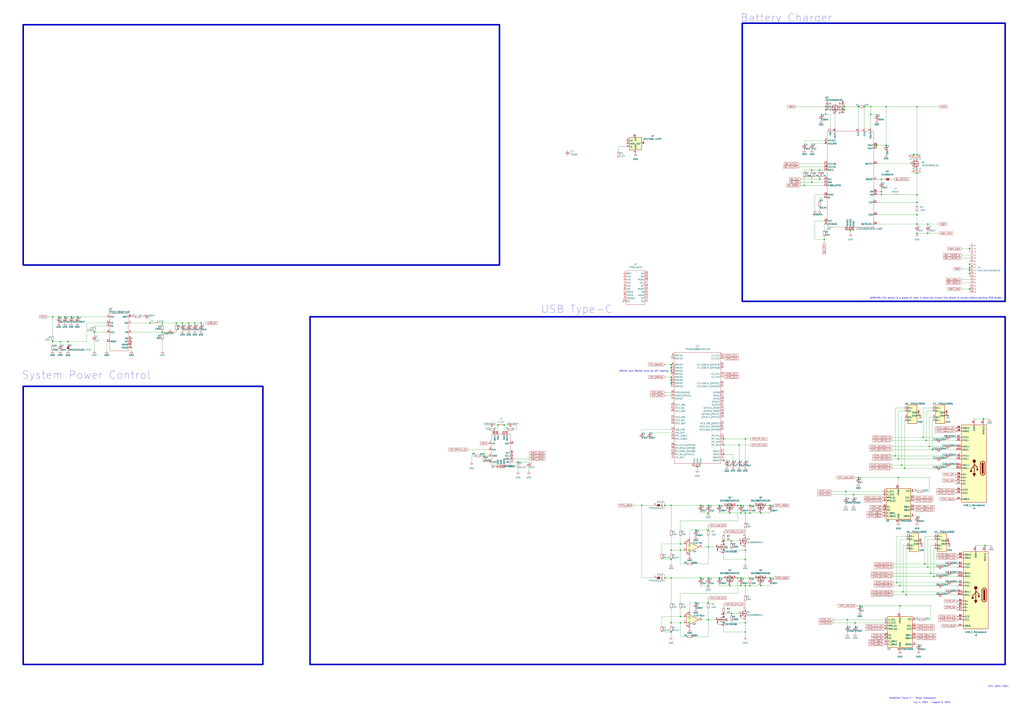
<source format=kicad_sch>
(kicad_sch (version 20231120) (generator "eeschema") (generator_version "8.0")
  (paper "A1")
  (junction (at 624.84 481.33))
  (junction (at 807.72 344.17))
  (junction (at 944.88 410.21))
  (junction (at 758.19 359.41))
  (junction (at 695.96 509.27))
  (junction (at 571.5 435.61))
  (junction (at 615.95 474.98))
  (junction (at 133.35 273.05))
  (junction (at 551.18 299.72))
  (junction (at 666.75 149.86))
  (junction (at 160.02 265.43))
  (junction (at 727.71 87.63))
  (junction (at 796.29 222.25))
  (junction (at 546.1 415.29))
  (junction (at 594.36 360.68))
  (junction (at 551.18 519.43))
  (junction (at 408.94 349.25))
  (junction (at 77.47 273.05))
  (junction (at 704.85 392.43))
  (junction (at 607.06 365.76))
  (junction (at 753.11 87.63))
  (junction (at 762 191.77))
  (junction (at 546.1 474.98))
  (junction (at 49.53 280.67))
  (junction (at 558.8 511.81))
  (junction (at 551.18 459.74))
  (junction (at 706.12 497.84))
  (junction (at 581.66 415.29))
  (junction (at 55.88 280.67))
  (junction (at 767.08 473.71))
  (junction (at 581.66 435.61))
  (junction (at 615.95 415.29))
  (junction (at 581.66 421.64))
  (junction (at 704.85 87.63))
  (junction (at 753.11 166.37))
  (junction (at 808.99 448.31))
  (junction (at 693.42 90.17))
  (junction (at 741.68 486.41))
  (junction (at 551.18 309.88))
  (junction (at 594.36 378.46))
  (junction (at 698.5 189.23))
  (junction (at 581.66 481.33))
  (junction (at 694.69 403.86))
  (junction (at 123.19 265.43))
  (junction (at 590.55 415.29))
  (junction (at 551.18 474.98))
  (junction (at 599.44 421.64))
  (junction (at 778.51 341.63))
  (junction (at 796.29 237.49))
  (junction (at 944.88 402.59))
  (junction (at 165.1 265.43))
  (junction (at 742.95 384.81))
  (junction (at 753.11 160.02))
  (junction (at 673.1 139.7))
  (junction (at 144.78 265.43))
  (junction (at 600.71 504.19))
  (junction (at 796.29 217.17))
  (junction (at 673.1 147.32))
  (junction (at 612.14 360.68))
  (junction (at 753.11 176.53))
  (junction (at 608.33 421.64))
  (junction (at 1062.99 389.89))
  (junction (at 723.9 147.32))
  (junction (at 605.79 474.98))
  (junction (at 736.6 478.79))
  (junction (at 753.11 142.24))
  (junction (at 551.18 304.8))
  (junction (at 759.46 463.55))
  (junction (at 739.14 481.33))
  (junction (at 727.71 119.38))
  (junction (at 551.18 415.29))
  (junction (at 107.95 285.75))
  (junction (at 154.94 265.43))
  (junction (at 558.8 447.04))
  (junction (at 763.27 367.03))
  (junction (at 678.18 93.98))
  (junction (at 551.18 302.26))
  (junction (at 739.14 497.84))
  (junction (at 693.42 87.63))
  (junction (at 615.95 421.64))
  (junction (at 149.86 265.43))
  (junction (at 63.5 260.35))
  (junction (at 632.46 415.29))
  (junction (at 1023.62 402.59))
  (junction (at 43.18 280.67))
  (junction (at 612.14 459.74))
  (junction (at 397.51 374.65))
  (junction (at 702.31 511.81))
  (junction (at 735.33 374.65))
  (junction (at 624.84 421.64))
  (junction (at 737.87 377.19))
  (junction (at 608.33 415.29))
  (junction (at 632.46 474.98))
  (junction (at 414.02 349.25))
  (junction (at 779.78 447.04))
  (junction (at 571.5 495.3))
  (junction (at 133.35 265.43))
  (junction (at 612.14 519.43))
  (junction (at 612.14 421.64))
  (junction (at 676.91 196.85))
  (junction (at 753.11 127))
  (junction (at 796.29 220.98))
  (junction (at 551.18 511.81))
  (junction (at 590.55 474.98))
  (junction (at 551.18 452.12))
  (junction (at 53.34 260.35))
  (junction (at 723.9 157.48))
  (junction (at 425.45 379.73))
  (junction (at 715.01 93.98))
  (junction (at 796.29 219.71))
  (junction (at 753.11 184.15))
  (junction (at 762 466.09))
  (junction (at 612.14 481.33))
  (junction (at 575.31 415.29))
  (junction (at 709.93 87.63))
  (junction (at 756.92 447.04))
  (junction (at 750.57 127))
  (junction (at 760.73 361.95))
  (junction (at 715.01 87.63))
  (junction (at 605.79 415.29))
  (junction (at 701.04 406.4))
  (junction (at 612.14 511.81))
  (junction (at 753.11 191.77))
  (junction (at 527.05 415.29))
  (junction (at 744.22 488.95))
  (junction (at 558.8 506.73))
  (junction (at 678.18 87.63))
  (junction (at 608.33 474.98))
  (junction (at 551.18 312.42))
  (junction (at 608.33 481.33))
  (junction (at 796.29 204.47))
  (junction (at 558.8 452.12))
  (junction (at 737.87 392.43))
  (junction (at 594.36 444.5))
  (junction (at 581.66 495.3))
  (junction (at 796.29 224.79))
  (junction (at 572.77 383.54))
  (junction (at 720.09 119.38))
  (junction (at 599.44 481.33))
  (junction (at 765.81 369.57))
  (junction (at 575.31 474.98))
  (junction (at 594.36 504.19))
  (junction (at 594.36 373.38))
  (junction (at 678.18 90.17))
  (junction (at 600.71 444.5))
  (junction (at 723.9 160.02))
  (junction (at 764.54 471.17))
  (junction (at 594.36 365.76))
  (junction (at 551.18 314.96))
  (junction (at 660.4 152.4))
  (junction (at 43.18 260.35))
  (junction (at 740.41 382.27))
  (junction (at 1042.67 397.51))
  (junction (at 581.66 449.58))
  (junction (at 615.95 481.33))
  (junction (at 666.75 139.7))
  (junction (at 762 184.15))
  (junction (at 755.65 341.63))
  (junction (at 48.26 260.35))
  (junction (at 612.14 452.12))
  (junction (at 581.66 474.98))
  (junction (at 581.66 509.27))
  (junction (at 58.42 260.35))
  (no_connect (at 107.95 278.13))
  (wire (pts (xy 107.95 273.05) (xy 133.35 273.05)))
  (wire (pts (xy 63.5 260.35) (xy 87.63 260.35)))
  (wire (pts (xy 563.88 523.24) (xy 558.8 523.24)))
  (wire (pts (xy 966.47 405.13) (xy 969.01 405.13)))
  (wire (pts (xy 605.79 415.29) (xy 608.33 415.29)))
  (wire (pts (xy 678.18 93.98) (xy 678.18 90.17)))
  (wire (pts (xy 740.41 382.27) (xy 775.97 382.27)))
  (wire (pts (xy 966.47 377.19) (xy 969.01 377.19)))
  (wire (pts (xy 551.18 299.72) (xy 546.1 299.72)))
  (wire (pts (xy 765.81 369.57) (xy 768.35 369.57)))
  (wire (pts (xy 612.14 481.33) (xy 615.95 481.33)))
  (wire (pts (xy 546.1 325.12) (xy 551.18 325.12)))
  (wire (pts (xy 581.66 415.29) (xy 590.55 415.29)))
  (wire (pts (xy 765.81 345.44) (xy 765.81 369.57)))
  (wire (pts (xy 612.14 421.64) (xy 615.95 421.64)))
  (wire (pts (xy 762 191.77) (xy 762 190.5)))
  (wire (pts (xy 732.79 384.81) (xy 742.95 384.81)))
  (wire (pts (xy 594.36 459.74) (xy 594.36 454.66)))
  (wire (pts (xy 421.64 353.06) (xy 424.18 353.06)))
  (wire (pts (xy 753.11 127) (xy 755.65 127)))
  (wire (pts (xy 594.36 370.84) (xy 594.36 373.38)))
  (wire (pts (xy 527.05 353.06) (xy 551.18 353.06)))
  (wire (pts (xy 551.18 454.66) (xy 551.18 452.12)))
  (wire (pts (xy 695.96 189.23) (xy 698.5 189.23)))
  (wire (pts (xy 133.35 288.29) (xy 133.35 279.4)))
  (wire (pts (xy 933.45 410.21) (xy 944.88 410.21)))
  (wire (pts (xy 581.66 431.8) (xy 581.66 435.61)))
  (wire (pts (xy 570.23 383.54) (xy 572.77 383.54)))
  (wire (pts (xy 599.44 481.33) (xy 608.33 481.33)))
  (wire (pts (xy 695.96 509.27) (xy 695.96 514.35)))
  (wire (pts (xy 695.96 509.27) (xy 726.44 509.27)))
  (wire (pts (xy 683.26 403.86) (xy 694.69 403.86)))
  (wire (pts (xy 796.29 237.49) (xy 796.29 240.03)))
  (wire (pts (xy 551.18 307.34) (xy 551.18 304.8)))
  (wire (pts (xy 53.34 260.35) (xy 58.42 260.35)))
  (wire (pts (xy 612.14 519.43) (xy 612.14 523.24)))
  (wire (pts (xy 1007.11 377.19) (xy 1004.57 377.19)))
  (wire (pts (xy 546.1 474.98) (xy 551.18 474.98)))
  (wire (pts (xy 414.02 349.25) (xy 414.02 354.33)))
  (wire (pts (xy 590.55 481.33) (xy 599.44 481.33)))
  (wire (pts (xy 600.71 452.12) (xy 612.14 452.12)))
  (wire (pts (xy 732.79 361.95) (xy 760.73 361.95)))
  (wire (pts (xy 612.14 360.68) (xy 612.14 378.46)))
  (wire (pts (xy 607.06 365.76) (xy 594.36 365.76)))
  (wire (pts (xy 107.95 285.75) (xy 107.95 288.29)))
  (wire (pts (xy 615.95 421.64) (xy 624.84 421.64)))
  (wire (pts (xy 742.95 335.28) (xy 735.33 335.28)))
  (wire (pts (xy 566.42 501.65) (xy 566.42 495.3)))
  (wire (pts (xy 575.31 474.98) (xy 551.18 474.98)))
  (wire (pts (xy 966.47 400.05) (xy 969.01 400.05)))
  (wire (pts (xy 1007.11 417.83) (xy 1004.57 417.83)))
  (wire (pts (xy 796.29 222.25) (xy 796.29 224.79)))
  (wire (pts (xy 49.53 280.67) (xy 49.53 283.21)))
  (wire (pts (xy 406.4 349.25) (xy 408.94 349.25)))
  (wire (pts (xy 755.65 341.63) (xy 755.65 344.17)))
  (wire (pts (xy 605.79 474.98) (xy 605.79 487.68)))
  (wire (pts (xy 608.33 415.29) (xy 615.95 415.29)))
  (wire (pts (xy 657.86 147.32) (xy 673.1 147.32)))
  (wire (pts (xy 693.42 87.63) (xy 704.85 87.63)))
  (wire (pts (xy 130.81 265.43) (xy 133.35 265.43)))
  (wire (pts (xy 144.78 265.43) (xy 133.35 265.43)))
  (wire (pts (xy 546.1 474.98) (xy 546.1 477.52)))
  (wire (pts (xy 739.14 481.33) (xy 769.62 481.33)))
  (wire (pts (xy 660.4 139.7) (xy 666.75 139.7)))
  (wire (pts (xy 685.8 93.98) (xy 685.8 105.41)))
  (wire (pts (xy 612.14 494.03) (xy 612.14 499.11)))
  (wire (pts (xy 558.8 427.99) (xy 605.79 427.99)))
  (wire (pts (xy 533.4 355.6) (xy 551.18 355.6)))
  (wire (pts (xy 669.29 160.02) (xy 676.91 160.02)))
  (wire (pts (xy 715.01 87.63) (xy 715.01 93.98)))
  (wire (pts (xy 133.35 266.7) (xy 133.35 265.43)))
  (wire (pts (xy 571.5 495.3) (xy 581.66 495.3)))
  (wire (pts (xy 760.73 337.82) (xy 760.73 361.95)))
  (wire (pts (xy 764.54 471.17) (xy 764.54 448.31)))
  (wire (pts (xy 575.31 421.64) (xy 581.66 421.64)))
  (wire (pts (xy 765.81 335.28) (xy 758.19 335.28)))
  (wire (pts (xy 660.4 152.4) (xy 676.91 152.4)))
  (wire (pts (xy 600.71 504.19) (xy 607.06 504.19)))
  (wire (pts (xy 558.8 506.73) (xy 561.34 506.73)))
  (wire (pts (xy 966.47 369.57) (xy 969.01 369.57)))
  (wire (pts (xy 601.98 378.46) (xy 601.98 373.38)))
  (wire (pts (xy 702.31 392.43) (xy 704.85 392.43)))
  (wire (pts (xy 666.75 139.7) (xy 673.1 139.7)))
  (wire (pts (xy 572.77 383.54) (xy 575.31 383.54)))
  (wire (pts (xy 133.35 273.05) (xy 133.35 274.32)))
  (wire (pts (xy 753.11 127) (xy 750.57 127)))
  (wire (pts (xy 782.32 463.55) (xy 786.13 463.55)))
  (wire (pts (xy 434.34 377.19) (xy 421.64 377.19)))
  (wire (pts (xy 71.12 280.67) (xy 71.12 265.43)))
  (wire (pts (xy 739.14 443.23) (xy 739.14 481.33)))
  (wire (pts (xy 660.4 146.05) (xy 660.4 152.4)))
  (wire (pts (xy 969.01 387.35) (xy 969.01 389.89)))
  (wire (pts (xy 1007.11 405.13) (xy 1004.57 405.13)))
  (wire (pts (xy 397.51 374.65) (xy 401.32 374.65)))
  (wire (pts (xy 753.11 424.18) (xy 750.57 424.18)))
  (wire (pts (xy 590.55 480.06) (xy 590.55 481.33)))
  (wire (pts (xy 398.78 349.25) (xy 401.32 349.25)))
  (wire (pts (xy 715.01 93.98) (xy 715.01 105.41)))
  (wire (pts (xy 789.94 209.55) (xy 796.29 209.55)))
  (wire (pts (xy 566.42 435.61) (xy 571.5 435.61)))
  (wire (pts (xy 773.43 384.81) (xy 784.86 384.81)))
  (wire (pts (xy 1004.57 417.83) (xy 1004.57 420.37)))
  (wire (pts (xy 568.96 523.24) (xy 581.66 523.24)))
  (wire (pts (xy 608.33 474.98) (xy 615.95 474.98)))
  (wire (pts (xy 796.29 219.71) (xy 796.29 220.98)))
  (wire (pts (xy 720.09 121.92) (xy 720.09 119.38)))
  (wire (pts (xy 763.27 367.03) (xy 763.27 342.9)))
  (wire (pts (xy 732.79 359.41) (xy 758.19 359.41)))
  (wire (pts (xy 770.89 87.63) (xy 753.11 87.63)))
  (wire (pts (xy 43.18 260.35) (xy 43.18 275.59)))
  (wire (pts (xy 55.88 280.67) (xy 71.12 280.67)))
  (wire (pts (xy 615.95 481.33) (xy 615.95 480.06)))
  (wire (pts (xy 575.31 415.29) (xy 551.18 415.29)))
  (wire (pts (xy 778.51 339.09) (xy 778.51 341.63)))
  (wire (pts (xy 678.18 85.09) (xy 678.18 87.63)))
  (wire (pts (xy 796.29 214.63) (xy 796.29 217.17)))
  (wire (pts (xy 796.29 201.93) (xy 796.29 204.47)))
  (wire (pts (xy 789.94 204.47) (xy 796.29 204.47)))
  (wire (pts (xy 737.87 337.82) (xy 737.87 377.19)))
  (wire (pts (xy 754.38 509.27) (xy 751.84 509.27)))
  (wire (pts (xy 612.14 511.81) (xy 612.14 519.43)))
  (wire (pts (xy 149.86 266.7) (xy 149.86 265.43)))
  (wire (pts (xy 781.05 374.65) (xy 784.86 374.65)))
  (wire (pts (xy 551.18 474.98) (xy 551.18 495.3)))
  (wire (pts (xy 612.14 509.27) (xy 612.14 511.81)))
  (wire (pts (xy 551.18 312.42) (xy 551.18 309.88)))
  (wire (pts (xy 709.93 87.63) (xy 709.93 105.41)))
  (wire (pts (xy 753.11 191.77) (xy 762 191.77)))
  (wire (pts (xy 660.4 139.7) (xy 660.4 140.97)))
  (wire (pts (xy 703.58 497.84) (xy 706.12 497.84)))
  (wire (pts (xy 669.29 181.61) (xy 676.91 181.61)))
  (wire (pts (xy 543.56 459.74) (xy 551.18 459.74)))
  (wire (pts (xy 594.36 496.57) (xy 594.36 499.11)))
  (wire (pts (xy 773.43 361.95) (xy 784.86 361.95)))
  (wire (pts (xy 629.92 415.29) (xy 632.46 415.29)))
  (wire (pts (xy 698.5 191.77) (xy 698.5 189.23)))
  (wire (pts (xy 764.54 497.84) (xy 764.54 509.27)))
  (wire (pts (xy 673.1 162.56) (xy 676.91 162.56)))
  (wire (pts (xy 763.27 392.43) (xy 763.27 403.86)))
  (wire (pts (xy 425.45 387.35) (xy 425.45 384.81)))
  (wire (pts (xy 600.71 511.81) (xy 612.14 511.81)))
  (wire (pts (xy 160.02 266.7) (xy 160.02 265.43)))
  (wire (pts (xy 624.84 481.33) (xy 632.46 481.33)))
  (wire (pts (xy 612.14 481.33) (xy 612.14 488.95)))
  (wire (pts (xy 781.05 359.41) (xy 784.86 359.41)))
  (wire (pts (xy 732.79 374.65) (xy 735.33 374.65)))
  (wire (pts (xy 969.01 402.59) (xy 944.88 402.59)))
  (wire (pts (xy 765.81 337.82) (xy 760.73 337.82)))
  (wire (pts (xy 581.66 440.69) (xy 581.66 449.58)))
  (wire (pts (xy 763.27 367.03) (xy 775.97 367.03)))
  (wire (pts (xy 165.1 266.7) (xy 165.1 265.43)))
  (wire (pts (xy 753.11 403.86) (xy 750.57 403.86)))
  (wire (pts (xy 715.01 93.98) (xy 720.09 93.98)))
  (wire (pts (xy 575.31 481.33) (xy 581.66 481.33)))
  (wire (pts (xy 394.97 374.65) (xy 397.51 374.65)))
  (wire (pts (xy 796.29 224.79) (xy 796.29 227.33)))
  (wire (pts (xy 551.18 317.5) (xy 551.18 314.96)))
  (wire (pts (xy 736.6 478.79) (xy 736.6 440.69)))
  (wire (pts (xy 763.27 342.9) (xy 765.81 342.9)))
  (wire (pts (xy 546.1 417.83) (xy 546.1 415.29)))
  (wire (pts (xy 77.47 273.05) (xy 87.63 273.05)))
  (wire (pts (xy 673.1 147.32) (xy 676.91 147.32)))
  (wire (pts (xy 753.11 185.42) (xy 753.11 184.15)))
  (wire (pts (xy 398.78 353.06) (xy 398.78 349.25)))
  (wire (pts (xy 678.18 87.63) (xy 678.18 90.17)))
  (wire (pts (xy 608.33 421.64) (xy 612.14 421.64)))
  (wire (pts (xy 807.72 344.17) (xy 812.8 344.17)))
  (wire (pts (xy 720.09 119.38) (xy 727.71 119.38)))
  (wire (pts (xy 635 474.98) (xy 632.46 474.98)))
  (wire (pts (xy 594.36 378.46) (xy 596.9 378.46)))
  (wire (pts (xy 615.95 474.98) (xy 619.76 474.98)))
  (wire (pts (xy 702.31 511.81) (xy 726.44 511.81)))
  (wire (pts (xy 612.14 360.68) (xy 615.95 360.68)))
  (wire (pts (xy 676.91 115.57) (xy 660.4 115.57)))
  (wire (pts (xy 508 120.65) (xy 514.35 120.65)))
  (wire (pts (xy 744.22 440.69) (xy 736.6 440.69)))
  (wire (pts (xy 581.66 463.55) (xy 581.66 449.58)))
  (wire (pts (xy 600.71 444.5) (xy 607.06 444.5)))
  (wire (pts (xy 55.88 280.67) (xy 55.88 283.21)))
  (wire (pts (xy 133.35 271.78) (xy 133.35 273.05)))
  (wire (pts (xy 558.8 452.12) (xy 561.34 452.12)))
  (wire (pts (xy 608.33 481.33) (xy 608.33 480.06)))
  (wire (pts (xy 594.36 375.92) (xy 594.36 378.46)))
  (wire (pts (xy 742.95 345.44) (xy 742.95 384.81)))
  (wire (pts (xy 43.18 283.21) (xy 43.18 280.67)))
  (wire (pts (xy 673.1 146.05) (xy 673.1 147.32)))
  (wire (pts (xy 753.11 168.91) (xy 753.11 166.37)))
  (wire (pts (xy 786.13 499.11) (xy 786.13 501.65)))
  (wire (pts (xy 1026.16 402.59) (xy 1023.62 402.59)))
  (wire (pts (xy 1004.57 392.43) (xy 1023.62 392.43)))
  (wire (pts (xy 767.08 473.71) (xy 769.62 473.71)))
  (wire (pts (xy 683.26 406.4) (xy 701.04 406.4)))
  (wire (pts (xy 43.18 280.67) (xy 49.53 280.67)))
  (wire (pts (xy 734.06 473.71) (xy 767.08 473.71)))
  (wire (pts (xy 734.06 147.32) (xy 731.52 147.32)))
  (wire (pts (xy 527.05 474.98) (xy 527.05 415.29)))
  (wire (pts (xy 753.11 173.99) (xy 753.11 176.53)))
  (wire (pts (xy 732.79 377.19) (xy 737.87 377.19)))
  (wire (pts (xy 605.79 474.98) (xy 608.33 474.98)))
  (wire (pts (xy 720.09 160.02) (xy 723.9 160.02)))
  (wire (pts (xy 684.53 509.27) (xy 695.96 509.27)))
  (wire (pts (xy 144.78 273.05) (xy 144.78 271.78)))
  (wire (pts (xy 615.95 481.33) (xy 624.84 481.33)))
  (wire (pts (xy 49.53 280.67) (xy 55.88 280.67)))
  (wire (pts (xy 944.88 389.89) (xy 944.88 402.59)))
  (wire (pts (xy 551.18 514.35) (xy 551.18 511.81)))
  (wire (pts (xy 759.46 463.55) (xy 777.24 463.55)))
  (wire (pts (xy 544.83 417.83) (xy 546.1 417.83)))
  (wire (pts (xy 1007.11 374.65) (xy 1004.57 374.65)))
  (wire (pts (xy 666.75 139.7) (xy 666.75 140.97)))
  (wire (pts (xy 43.18 260.35) (xy 39.37 260.35)))
  (wire (pts (xy 546.1 412.75) (xy 544.83 412.75)))
  (wire (pts (xy 594.36 519.43) (xy 612.14 519.43)))
  (wire (pts (xy 568.96 463.55) (xy 581.66 463.55)))
  (wire (pts (xy 753.11 160.02) (xy 753.11 166.37)))
  (wire (pts (xy 684.53 511.81) (xy 702.31 511.81)))
  (wire (pts (xy 673.1 170.18) (xy 673.1 172.72)))
  (wire (pts (xy 732.79 367.03) (xy 763.27 367.03)))
  (wire (pts (xy 546.1 322.58) (xy 551.18 322.58)))
  (wire (pts (xy 723.9 154.94) (xy 723.9 157.48)))
  (wire (pts (xy 599.44 421.64) (xy 608.33 421.64)))
  (wire (pts (xy 782.32 478.79) (xy 786.13 478.79)))
  (wire (pts (xy 607.06 378.46) (xy 607.06 365.76)))
  (wire (pts (xy 558.8 463.55) (xy 558.8 452.12)))
  (wire (pts (xy 762 466.09) (xy 769.62 466.09)))
  (wire (pts (xy 944.88 410.21) (xy 969.01 410.21)))
  (wire (pts (xy 397.51 379.73) (xy 401.32 379.73)))
  (wire (pts (xy 734.06 481.33) (xy 739.14 481.33)))
  (wire (pts (xy 594.36 360.68) (xy 612.14 360.68)))
  (wire (pts (xy 966.47 420.37) (xy 969.01 420.37)))
  (wire (pts (xy 789.94 232.41) (xy 796.29 232.41)))
  (wire (pts (xy 594.36 363.22) (xy 594.36 365.76)))
  (wire (pts (xy 736.6 478.79) (xy 777.24 478.79)))
  (wire (pts (xy 764.54 497.84) (xy 739.14 497.84)))
  (wire (pts (xy 669.29 172.72) (xy 669.29 160.02)))
  (wire (pts (xy 764.54 448.31) (xy 767.08 448.31)))
  (wire (pts (xy 657.86 149.86) (xy 666.75 149.86)))
  (wire (pts (xy 753.11 87.63) (xy 753.11 127)))
  (wire (pts (xy 551.18 459.74) (xy 551.18 463.55)))
  (wire (pts (xy 48.26 260.35) (xy 53.34 260.35)))
  (wire (pts (xy 654.05 87.63) (xy 678.18 87.63)))
  (wire (pts (xy 566.42 495.3) (xy 571.5 495.3)))
  (wire (pts (xy 581.66 491.49) (xy 581.66 495.3)))
  (wire (pts (xy 434.34 387.35) (xy 434.34 384.81)))
  (wire (pts (xy 421.64 379.73) (xy 425.45 379.73)))
  (wire (pts (xy 107.95 283.21) (xy 107.95 285.75)))
  (wire (pts (xy 520.7 415.29) (xy 527.05 415.29)))
  (wire (pts (xy 732.79 382.27) (xy 740.41 382.27)))
  (wire (pts (xy 694.69 414.02) (xy 694.69 415.29)))
  (wire (pts (xy 566.42 441.96) (xy 566.42 435.61)))
  (wire (pts (xy 154.94 265.43) (xy 149.86 265.43)))
  (wire (pts (xy 581.66 449.58) (xy 588.01 449.58)))
  (wire (pts (xy 594.36 504.19) (xy 600.71 504.19)))
  (wire (pts (xy 110.49 260.35) (xy 107.95 260.35)))
  (wire (pts (xy 762 185.42) (xy 762 184.15)))
  (wire (pts (xy 735.33 374.65) (xy 735.33 335.28)))
  (wire (pts (xy 737.87 377.19) (xy 768.35 377.19)))
  (wire (pts (xy 543.56 506.73) (xy 543.56 514.35)))
  (wire (pts (xy 767.08 450.85) (xy 767.08 473.71)))
  (wire (pts (xy 742.95 384.81) (xy 768.35 384.81)))
  (wire (pts (xy 1004.57 397.51) (xy 1042.67 397.51)))
  (wire (pts (xy 1004.57 394.97) (xy 1007.11 394.97)))
  (wire (pts (xy 71.12 265.43) (xy 87.63 265.43)))
  (wire (pts (xy 944.88 402.59) (xy 944.88 410.21)))
  (wire (pts (xy 425.45 379.73) (xy 434.34 379.73)))
  (wire (pts (xy 727.71 127) (xy 727.71 124.46)))
  (wire (pts (xy 742.95 337.82) (xy 737.87 337.82)))
  (wire (pts (xy 581.66 509.27) (xy 588.01 509.27)))
  (wire (pts (xy 694.69 403.86) (xy 694.69 408.94)))
  (wire (pts (xy 666.75 146.05) (xy 666.75 149.86)))
  (wire (pts (xy 773.43 369.57) (xy 784.86 369.57)))
  (wire (pts (xy 615.95 415.29) (xy 619.76 415.29)))
  (wire (pts (xy 753.11 176.53) (xy 720.09 176.53)))
  (wire (pts (xy 693.42 85.09) (xy 693.42 87.63)))
  (wire (pts (xy 744.22 450.85) (xy 744.22 488.95)))
  (wire (pts (xy 1004.57 402.59) (xy 1023.62 402.59)))
  (wire (pts (xy 77.47 275.59) (xy 77.47 273.05)))
  (wire (pts (xy 575.31 481.33) (xy 575.31 480.06)))
  (wire (pts (xy 575.31 415.29) (xy 581.66 415.29)))
  (wire (pts (xy 694.69 403.86) (xy 725.17 403.86)))
  (wire (pts (xy 681.99 93.98) (xy 678.18 93.98)))
  (wire (pts (xy 125.73 265.43) (xy 123.19 265.43)))
  (wire (pts (xy 759.46 440.69) (xy 759.46 463.55)))
  (wire (pts (xy 741.68 486.41) (xy 777.24 486.41)))
  (wire (pts (xy 558.8 506.73) (xy 543.56 506.73)))
  (wire (pts (xy 706.12 497.84) (xy 739.14 497.84)))
  (wire (pts (xy 558.8 495.3) (xy 558.8 487.68)))
  (wire (pts (xy 764.54 471.17) (xy 777.24 471.17)))
  (wire (pts (xy 784.86 394.97) (xy 784.86 397.51)))
  (wire (pts (xy 676.91 199.39) (xy 676.91 196.85)))
  (wire (pts (xy 608.33 481.33) (xy 612.14 481.33)))
  (wire (pts (xy 734.06 486.41) (xy 741.68 486.41)))
  (wire (pts (xy 704.85 87.63) (xy 704.85 105.41)))
  (wire (pts (xy 551.18 500.38) (xy 551.18 511.81)))
  (wire (pts (xy 612.14 421.64) (xy 612.14 429.26)))
  (wire (pts (xy 1062.99 389.89) (xy 1065.53 389.89)))
  (wire (pts (xy 753.11 184.15) (xy 753.11 176.53)))
  (wire (pts (xy 387.35 374.65) (xy 387.35 379.73)))
  (wire (pts (xy 744.22 443.23) (xy 739.14 443.23)))
  (wire (pts (xy 732.79 369.57) (xy 765.81 369.57)))
  (wire (pts (xy 581.66 500.38) (xy 581.66 509.27)))
  (wire (pts (xy 734.06 471.17) (xy 764.54 471.17)))
  (wire (pts (xy 966.47 374.65) (xy 969.01 374.65)))
  (wire (pts (xy 753.11 142.24) (xy 755.65 142.24)))
  (wire (pts (xy 551.18 519.43) (xy 551.18 523.24)))
  (wire (pts (xy 693.42 90.17) (xy 693.42 92.71)))
  (wire (pts (xy 581.66 523.24) (xy 581.66 509.27)))
  (wire (pts (xy 581.66 509.27) (xy 576.58 509.27)))
  (wire (pts (xy 384.81 369.57) (xy 401.32 369.57)))
  (wire (pts (xy 632.46 415.29) (xy 635 415.29)))
  (wire (pts (xy 758.19 403.86) (xy 763.27 403.86)))
  (wire (pts (xy 581.66 449.58) (xy 576.58 449.58)))
  (wire (pts (xy 734.06 466.09) (xy 762 466.09)))
  (wire (pts (xy 695.96 519.43) (xy 695.96 520.7)))
  (wire (pts (xy 735.33 374.65) (xy 775.97 374.65)))
  (wire (pts (xy 666.75 149.86) (xy 676.91 149.86)))
  (wire (pts (xy 781.05 382.27) (xy 784.86 382.27)))
  (wire (pts (xy 737.87 160.02) (xy 753.11 160.02)))
  (wire (pts (xy 773.43 377.19) (xy 784.86 377.19)))
  (wire (pts (xy 660.4 115.57) (xy 660.4 118.11)))
  (wire (pts (xy 727.71 87.63) (xy 715.01 87.63)))
  (wire (pts (xy 590.55 421.64) (xy 599.44 421.64)))
  (wire (pts (xy 551.18 440.69) (xy 551.18 452.12)))
  (wire (pts (xy 755.65 339.09) (xy 755.65 341.63)))
  (wire (pts (xy 784.86 389.89) (xy 784.86 392.43)))
  (wire (pts (xy 543.56 519.43) (xy 551.18 519.43)))
  (wire (pts (xy 558.8 511.81) (xy 561.34 511.81)))
  (wire (pts (xy 594.36 519.43) (xy 594.36 514.35)))
  (wire (pts (xy 1007.11 407.67) (xy 1004.57 407.67)))
  (wire (pts (xy 656.59 137.16) (xy 676.91 137.16)))
  (wire (pts (xy 558.8 447.04) (xy 543.56 447.04)))
  (wire (pts (xy 726.44 147.32) (xy 723.9 147.32)))
  (wire (pts (xy 702.31 520.7) (xy 702.31 519.43)))
  (wire (pts (xy 753.11 191.77) (xy 753.11 190.5)))
  (wire (pts (xy 758.19 335.28) (xy 758.19 359.41)))
  (wire (pts (xy 546.1 472.44) (xy 546.1 474.98)))
  (wire (pts (xy 740.41 342.9) (xy 740.41 382.27)))
  (wire (pts (xy 701.04 406.4) (xy 701.04 408.94)))
  (wire (pts (xy 558.8 523.24) (xy 558.8 511.81)))
  (wire (pts (xy 673.1 139.7) (xy 673.1 140.97)))
  (wire (pts (xy 624.84 421.64) (xy 632.46 421.64)))
  (wire (pts (xy 575.31 474.98) (xy 581.66 474.98)))
  (wire (pts (xy 782.32 486.41) (xy 786.13 486.41)))
  (wire (pts (xy 615.95 421.64) (xy 615.95 420.37)))
  (wire (pts (xy 590.55 474.98) (xy 594.36 474.98)))
  (wire (pts (xy 612.14 459.74) (xy 612.14 463.55)))
  (wire (pts (xy 739.14 504.19) (xy 739.14 497.84)))
  (wire (pts (xy 676.91 189.23) (xy 676.91 184.15)))
  (wire (pts (xy 770.89 191.77) (xy 762 191.77)))
  (wire (pts (xy 551.18 452.12) (xy 558.8 452.12)))
  (wire (pts (xy 796.29 234.95) (xy 796.29 237.49)))
  (wire (pts (xy 673.1 139.7) (xy 676.91 139.7)))
  (wire (pts (xy 107.95 265.43) (xy 123.19 265.43)))
  (wire (pts (xy 558.8 435.61) (xy 558.8 427.99)))
  (wire (pts (xy 118.11 260.35) (xy 115.57 260.35)))
  (wire (pts (xy 754.38 529.59) (xy 751.84 529.59)))
  (wire (pts (xy 681.99 93.98) (xy 681.99 105.41)))
  (wire (pts (xy 1045.21 397.51) (xy 1042.67 397.51)))
  (wire (pts (xy 693.42 87.63) (xy 693.42 90.17)))
  (wire (pts (xy 527.05 415.29) (xy 537.21 415.29)))
  (wire (pts (xy 966.47 372.11) (xy 969.01 372.11)))
  (wire (pts (xy 77.47 267.97) (xy 87.63 267.97)))
  (wire (pts (xy 543.56 447.04) (xy 543.56 454.66)))
  (wire (pts (xy 748.03 127) (xy 750.57 127)))
  (wire (pts (xy 734.06 463.55) (xy 759.46 463.55)))
  (wire (pts (xy 160.02 265.43) (xy 154.94 265.43)))
  (wire (pts (xy 723.9 157.48) (xy 720.09 157.48)))
  (wire (pts (xy 149.86 265.43) (xy 144.78 265.43)))
  (wire (pts (xy 594.36 358.14) (xy 594.36 360.68)))
  (wire (pts (xy 758.19 359.41) (xy 775.97 359.41)))
  (wire (pts (xy 572.77 386.08) (xy 572.77 383.54)))
  (wire (pts (xy 629.92 474.98) (xy 632.46 474.98)))
  (wire (pts (xy 424.18 349.25) (xy 421.64 349.25)))
  (wire (pts (xy 604.52 415.29) (xy 605.79 415.29)))
  (wire (pts (xy 969.01 392.43) (xy 969.01 400.05)))
  (wire (pts (xy 781.05 367.03) (xy 784.86 367.03)))
  (wire (pts (xy 698.5 189.23) (xy 701.04 189.23)))
  (wire (pts (xy 406.4 353.06) (xy 406.4 354.33)))
  (wire (pts (xy 424.18 353.06) (xy 424.18 349.25)))
  (wire (pts (xy 969.01 412.75) (xy 969.01 420.37)))
  (wire (pts (xy 741.68 448.31) (xy 741.68 486.41)))
  (wire (pts (xy 666.75 118.11) (xy 676.91 118.11)))
  (wire (pts (xy 669.29 196.85) (xy 676.91 196.85)))
  (wire (pts (xy 796.29 220.98) (xy 796.29 222.25)))
  (wire (pts (xy 558.8 487.68) (xy 605.79 487.68)))
  (wire (pts (xy 657.86 152.4) (xy 660.4 152.4)))
  (wire (pts (xy 546.1 415.29) (xy 551.18 415.29)))
  (wire (pts (xy 575.31 421.64) (xy 575.31 420.37)))
  (wire (pts (xy 551.18 415.29) (xy 551.18 435.61)))
  (wire (pts (xy 774.7 481.33) (xy 786.13 481.33)))
  (wire (pts (xy 774.7 466.09) (xy 786.13 466.09)))
  (wire (pts (xy 723.9 160.02) (xy 732.79 160.02)))
  (wire (pts (xy 612.14 452.12) (xy 612.14 459.74)))
  (wire (pts (xy 744.22 448.31) (xy 741.68 448.31)))
  (wire (pts (xy 165.1 265.43) (xy 168.91 265.43)))
  (wire (pts (xy 709.93 87.63) (xy 715.01 87.63)))
  (wire (pts (xy 753.11 142.24) (xy 750.57 142.24)))
  (wire (pts (xy 1004.57 389.89) (xy 1062.99 389.89)))
  (wire (pts (xy 508 124.46) (xy 508 120.65)))
  (wire (pts (xy 753.11 87.63) (xy 727.71 87.63)))
  (wire (pts (xy 796.29 217.17) (xy 796.29 219.71)))
  (wire (pts (xy 753.11 184.15) (xy 762 184.15)))
  (wire (pts (xy 546.1 309.88) (xy 551.18 309.88)))
  (wire (pts (xy 760.73 361.95) (xy 768.35 361.95)))
  (wire (pts (xy 604.52 474.98) (xy 605.79 474.98)))
  (wire (pts (xy 401.32 353.06) (xy 398.78 353.06)))
  (wire (pts (xy 414.02 349.25) (xy 416.56 349.25)))
  (wire (pts (xy 632.46 420.37) (xy 632.46 421.64)))
  (wire (pts (xy 612.14 449.58) (xy 612.14 452.12)))
  (wire (pts (xy 966.47 407.67) (xy 969.01 407.67)))
  (wire (pts (xy 594.36 459.74) (xy 612.14 459.74)))
  (wire (pts (xy 551.18 302.26) (xy 551.18 299.72)))
  (wire (pts (xy 632.46 480.06) (xy 632.46 481.33)))
  (wire (pts (xy 676.91 194.31) (xy 676.91 196.85)))
  (wire (pts (xy 774.7 488.95) (xy 786.13 488.95)))
  (wire (pts (xy 800.1 344.17) (xy 807.72 344.17)))
  (wire (pts (xy 546.1 477.52) (xy 544.83 477.52)))
  (wire (pts (xy 142.24 273.05) (xy 144.78 273.05)))
  (wire (pts (xy 966.47 367.03) (xy 969.01 367.03)))
  (wire (pts (xy 734.06 478.79) (xy 736.6 478.79)))
  (wire (pts (xy 753.11 160.02) (xy 753.11 142.24)))
  (wire (pts (xy 408.94 349.25) (xy 408.94 354.33)))
  (wire (pts (xy 789.94 212.09) (xy 796.29 212.09)))
  (wire (pts (xy 704.85 392.43) (xy 737.87 392.43)))
  (wire (pts (xy 594.36 444.5) (xy 600.71 444.5)))
  (wire (pts (xy 154.94 266.7) (xy 154.94 265.43)))
  (wire (pts (xy 720.09 134.62) (xy 746.76 134.62)))
  (wire (pts (xy 581.66 421.64) (xy 581.66 420.37)))
  (wire (pts (xy 144.78 266.7) (xy 144.78 265.43)))
  (wire (pts (xy 558.8 500.38) (xy 558.8 506.73)))
  (wire (pts (xy 674.37 93.98) (xy 678.18 93.98)))
  (wire (pts (xy 796.29 204.47) (xy 796.29 207.01)))
  (wire (pts (xy 581.66 474.98) (xy 590.55 474.98)))
  (wire (pts (xy 551.18 304.8) (xy 551.18 302.26)))
  (wire (pts (xy 605.79 415.29) (xy 605.79 427.99)))
  (wire (pts (xy 767.08 443.23) (xy 762 443.23)))
  (wire (pts (xy 600.71 445.77) (xy 600.71 444.5)))
  (wire (pts (xy 763.27 392.43) (xy 737.87 392.43)))
  (wire (pts (xy 702.31 511.81) (xy 702.31 514.35)))
  (wire (pts (xy 600.71 511.81) (xy 600.71 510.54)))
  (wire (pts (xy 1007.11 400.05) (xy 1004.57 400.05)))
  (wire (pts (xy 43.18 260.35) (xy 48.26 260.35)))
  (wire (pts (xy 759.46 509.27) (xy 764.54 509.27)))
  (wire (pts (xy 767.08 440.69) (xy 759.46 440.69)))
  (wire (pts (xy 1007.11 382.27) (xy 1004.57 382.27)))
  (wire (pts (xy 742.95 342.9) (xy 740.41 342.9)))
  (wire (pts (xy 770.89 184.15) (xy 762 184.15)))
  (wire (pts (xy 558.8 447.04) (xy 561.34 447.04)))
  (wire (pts (xy 612.14 434.34) (xy 612.14 439.42)))
  (wire (pts (xy 720.09 184.15) (xy 753.11 184.15)))
  (wire (pts (xy 756.92 444.5) (xy 756.92 447.04)))
  (wire (pts (xy 546.1 415.29) (xy 546.1 412.75)))
  (wire (pts (xy 701.04 415.29) (xy 701.04 414.02)))
  (wire (pts (xy 789.94 229.87) (xy 796.29 229.87)))
  (wire (pts (xy 607.06 365.76) (xy 615.95 365.76)))
  (wire (pts (xy 77.47 280.67) (xy 77.47 288.29)))
  (wire (pts (xy 546.1 472.44) (xy 544.83 472.44)))
  (wire (pts (xy 744.22 488.95) (xy 769.62 488.95)))
  (wire (pts (xy 551.18 314.96) (xy 551.18 312.42)))
  (wire (pts (xy 734.06 488.95) (xy 744.22 488.95)))
  (wire (pts (xy 87.63 280.67) (xy 87.63 288.29)))
  (wire (pts (xy 581.66 481.33) (xy 581.66 480.06)))
  (wire (pts (xy 701.04 406.4) (xy 725.17 406.4)))
  (wire (pts (xy 727.71 87.63) (xy 727.71 119.38)))
  (wire (pts (xy 789.94 237.49) (xy 796.29 237.49)))
  (wire (pts (xy 123.19 265.43) (xy 123.19 260.35)))
  (wire (pts (xy 527.05 355.6) (xy 527.05 353.06)))
  (wire (pts (xy 563.88 463.55) (xy 558.8 463.55)))
  (wire (pts (xy 416.56 353.06) (xy 416.56 354.33)))
  (wire (pts (xy 594.36 436.88) (xy 594.36 439.42)))
  (wire (pts (xy 58.42 260.35) (xy 63.5 260.35)))
  (wire (pts (xy 571.5 435.61) (xy 581.66 435.61)))
  (wire (pts (xy 600.71 505.46) (xy 600.71 504.19)))
  (wire (pts (xy 789.94 220.98) (xy 796.29 220.98)))
  (wire (pts (xy 165.1 265.43) (xy 160.02 265.43)))
  (wire (pts (xy 673.1 165.1) (xy 673.1 162.56)))
  (wire (pts (xy 723.9 157.48) (xy 723.9 160.02)))
  (wire (pts (xy 723.9 147.32) (xy 723.9 149.86)))
  (wire (pts (xy 656.59 134.62) (xy 676.91 134.62)))
  (wire (pts (xy 720.09 147.32) (xy 723.9 147.32)))
  (wire (pts (xy 601.98 373.38) (xy 594.36 373.38)))
  (wire (pts (xy 969.01 389.89) (xy 944.88 389.89)))
  (wire (pts (xy 762 443.23) (xy 762 466.09)))
  (wire (pts (xy 779.78 444.5) (xy 779.78 447.04)))
  (wire (pts (xy 669.29 181.61) (xy 669.29 196.85)))
  (wire (pts (xy 387.35 374.65) (xy 389.89 374.65)))
  (wire (pts (xy 720.09 166.37) (xy 753.11 166.37)))
  (wire (pts (xy 608.33 421.64) (xy 608.33 420.37)))
  (wire (pts (xy 590.55 420.37) (xy 590.55 421.64)))
  (wire (pts (xy 551.18 511.81) (xy 558.8 511.81)))
  (wire (pts (xy 600.71 452.12) (xy 600.71 450.85)))
  (wire (pts (xy 133.35 273.05) (xy 137.16 273.05)))
  (wire (pts (xy 558.8 440.69) (xy 558.8 447.04)))
  (wire (pts (xy 590.55 415.29) (xy 594.36 415.29)))
  (wire (pts (xy 801.37 448.31) (xy 808.99 448.31)))
  (wire (pts (xy 537.21 474.98) (xy 527.05 474.98)))
  (wire (pts (xy 737.87 398.78) (xy 737.87 392.43)))
  (wire (pts (xy 782.32 471.17) (xy 786.13 471.17)))
  (wire (pts (xy 786.13 494.03) (xy 786.13 496.57)))
  (wire (pts (xy 808.99 448.31) (xy 814.07 448.31)))
  (wire (pts (xy 774.7 473.71) (xy 786.13 473.71)))
  (rectangle (start 609.6 19.05) (end 825.5 247.65) (stroke (width 1.27)))
  (rectangle (start 254.635 260.35) (end 825.5 546.1) (stroke (width 1.27)))
  (rectangle (start 19.05 20.32) (end 410.21 217.805) (stroke (width 1.27)))
  (rectangle (start 19.05 317.5) (end 215.9 546.1) (stroke (width 1.27)))
  (text "DRAIN1 and DRAIN2 must be left floating\n" (at 528.828 305.054 0) (effects (font (size 1.27 1.27))))
  (text "July 4, 2024 - August 6, 2024" (at 765.302 577.342 0) (effects (font (size 1.27 1.27))))
  (text "MediaCow Touch 2 - Power Subsystem" (at 749.554 573.786 0) (effects (font (size 1.27 1.27))))
  (text "WARNING: This pinout is a guess of what it could be. Ensure this pinout is correct before starting PCB design." (at 768.858 244.856 0) (effects (font (size 1.27 1.27))))
  (text "CTCL 2021-2024" (at 819.912 564.134 0) (effects (font (size 1.27 1.27))))
  (text "Battery Charger\n" (at 645.922 14.732 0) (effects (font (size 6.35 6.35))))
  (text "USB Type-C\n" (at 473.71 254.254 0) (effects (font (size 6.35 6.35))))
  (text "System Power Control" (at 70.866 308.356 0) (effects (font (size 6.35 6.35))))
  (global_label "TCP1_VBUS" (shape input) (at 520.7 415.29 180) (property "Intersheetrefs" "${INTERSHEET_REFS}" (effects (hide yes))))
  (global_label "VSYS" (shape input) (at 966.47 367.03 180) (property "Intersheetrefs" "${INTERSHEET_REFS}" (effects (hide yes))))
  (global_label "TCP1_SSTXRX0_N" (shape input) (at 732.79 384.81 180) (property "Intersheetrefs" "${INTERSHEET_REFS}" (effects (hide yes))))
  (global_label "TCP0_SBU2" (shape input) (at 726.44 529.59 180) (property "Intersheetrefs" "${INTERSHEET_REFS}" (effects (hide yes))))
  (global_label "TCP1_CC2" (shape input) (at 683.26 406.4 180) (property "Intersheetrefs" "${INTERSHEET_REFS}" (effects (hide yes))))
  (global_label "TCP1_CC1" (shape input) (at 594.36 292.1 0) (property "Intersheetrefs" "${INTERSHEET_REFS}" (effects (hide yes))))
  (global_label "BC_VCC2P5" (shape input) (at 656.59 137.16 180) (property "Intersheetrefs" "${INTERSHEET_REFS}" (effects (hide yes))))
  (global_label "TCP0_VBUS" (shape input) (at 635 474.98 0) (property "Intersheetrefs" "${INTERSHEET_REFS}" (effects (hide yes))))
  (global_label "TCP0_CC1" (shape input) (at 1007.11 405.13 0) (property "Intersheetrefs" "${INTERSHEET_REFS}" (effects (hide yes))))
  (global_label "BC_SDA" (shape input) (at 657.86 149.86 180) (property "Intersheetrefs" "${INTERSHEET_REFS}" (effects (hide yes))))
  (global_label "TCP0_SSTXRX1_N" (shape input) (at 734.06 473.71 180) (property "Intersheetrefs" "${INTERSHEET_REFS}" (effects (hide yes))))
  (global_label "TCP0_SBU1_CN" (shape input) (at 751.84 521.97 0) (property "Intersheetrefs" "${INTERSHEET_REFS}" (effects (hide yes))))
  (global_label "TCP0_CC1_CN" (shape input) (at 726.44 514.35 180) (property "Intersheetrefs" "${INTERSHEET_REFS}" (effects (hide yes))))
  (global_label "BC_SCL" (shape input) (at 657.86 147.32 180) (property "Intersheetrefs" "${INTERSHEET_REFS}" (effects (hide yes))))
  (global_label "SMEC_SDA2" (shape input) (at 434.34 377.19 0) (property "Intersheetrefs" "${INTERSHEET_REFS}" (effects (hide yes))))
  (global_label "TCP_PP_HV1" (shape input) (at 615.95 360.68 0) (property "Intersheetrefs" "${INTERSHEET_REFS}" (effects (hide yes))))
  (global_label "TCP0_VBUS" (shape input) (at 966.47 420.37 180) (property "Intersheetrefs" "${INTERSHEET_REFS}" (effects (hide yes))))
  (global_label "BC_INTVCC" (shape input) (at 656.59 134.62 180) (property "Intersheetrefs" "${INTERSHEET_REFS}" (effects (hide yes))))
  (global_label "TCP1_SSTXRX1_N" (shape input) (at 732.79 369.57 180) (property "Intersheetrefs" "${INTERSHEET_REFS}" (effects (hide yes))))
  (global_label "VBAT" (shape input) (at 770.89 184.15 0) (property "Intersheetrefs" "${INTERSHEET_REFS}" (effects (hide yes))))
  (global_label "TCP_LDO_3V3" (shape input) (at 703.58 497.84 180) (property "Intersheetrefs" "${INTERSHEET_REFS}" (effects (hide yes))))
  (global_label "BAT_SMB_D" (shape input) (at 789.94 232.41 180) (property "Intersheetrefs" "${INTERSHEET_REFS}" (effects (hide yes))))
  (global_label "TCP1_CC1" (shape input) (at 966.47 374.65 180) (property "Intersheetrefs" "${INTERSHEET_REFS}" (effects (hide yes))))
  (global_label "TCP0_CC1" (shape input) (at 594.36 307.34 0) (property "Intersheetrefs" "${INTERSHEET_REFS}" (effects (hide yes))))
  (global_label "TCP1_DP" (shape input) (at 725.17 416.56 180) (property "Intersheetrefs" "${INTERSHEET_REFS}" (effects (hide yes))))
  (global_label "TCP1_SBU1" (shape input) (at 725.17 421.64 180) (property "Intersheetrefs" "${INTERSHEET_REFS}" (effects (hide yes))))
  (global_label "BAT_THERM_N" (shape input) (at 789.94 209.55 180) (property "Intersheetrefs" "${INTERSHEET_REFS}" (effects (hide yes))))
  (global_label "TCP0_SBU1" (shape input) (at 726.44 527.05 180) (property "Intersheetrefs" "${INTERSHEET_REFS}" (effects (hide yes))))
  (global_label "PMEC_I2C_TCP_SCL" (shape input) (at 1007.11 377.19 0) (property "Intersheetrefs" "${INTERSHEET_REFS}" (effects (hide yes))))
  (global_label "TCP1_SBU1_CN" (shape input) (at 784.86 351.79 180) (property "Intersheetrefs" "${INTERSHEET_REFS}" (effects (hide yes))))
  (global_label "TCP_DRAIN2" (shape input) (at 546.1 309.88 180) (property "Intersheetrefs" "${INTERSHEET_REFS}" (effects (hide yes))))
  (global_label "TCP1_VBUS" (shape input) (at 966.47 400.05 180) (property "Intersheetrefs" "${INTERSHEET_REFS}" (effects (hide yes))))
  (global_label "TCP1_SSTXRX0_P" (shape input) (at 732.79 382.27 180) (property "Intersheetrefs" "${INTERSHEET_REFS}" (effects (hide yes))))
  (global_label "TCP_PPHV1_EN" (shape input) (at 384.81 369.57 180) (property "Intersheetrefs" "${INTERSHEET_REFS}" (effects (hide yes))))
  (global_label "TCP0_CC2_CN" (shape input) (at 751.84 516.89 0) (property "Intersheetrefs" "${INTERSHEET_REFS}" (effects (hide yes))))
  (global_label "PMEC_I2C_TCP_SDA" (shape input) (at 1007.11 382.27 0) (property "Intersheetrefs" "${INTERSHEET_REFS}" (effects (hide yes))))
  (global_label "TCP0_SBU2_CN" (shape input) (at 786.13 455.93 180) (property "Intersheetrefs" "${INTERSHEET_REFS}" (effects (hide yes))))
  (global_label "TCP1_CC1" (shape input) (at 683.26 403.86 180) (property "Intersheetrefs" "${INTERSHEET_REFS}" (effects (hide yes))))
  (global_label "TCP_LDO_1V5" (shape input) (at 1065.53 389.89 0) (property "Intersheetrefs" "${INTERSHEET_REFS}" (effects (hide yes))))
  (global_label "TCP0_DN" (shape input) (at 786.13 499.11 180) (property "Intersheetrefs" "${INTERSHEET_REFS}" (effects (hide yes))))
  (global_label "TCP0_GATE_VBUS" (shape input) (at 966.47 407.67 180) (property "Intersheetrefs" "${INTERSHEET_REFS}" (effects (hide yes))))
  (global_label "BC_SMBAL" (shape input) (at 657.86 152.4 180) (property "Intersheetrefs" "${INTERSHEET_REFS}" (effects (hide yes))))
  (global_label "TCP0_SBU1_CN" (shape input) (at 786.13 458.47 180) (property "Intersheetrefs" "${INTERSHEET_REFS}" (effects (hide yes))))
  (global_label "TCP1_SBU2" (shape input) (at 725.17 424.18 180) (property "Intersheetrefs" "${INTERSHEET_REFS}" (effects (hide yes))))
  (global_label "BAT_THERM_P" (shape input) (at 789.94 212.09 180) (property "Intersheetrefs" "${INTERSHEET_REFS}" (effects (hide yes))))
  (global_label "TCP1_DN" (shape input) (at 725.17 419.1 180) (property "Intersheetrefs" "${INTERSHEET_REFS}" (effects (hide yes))))
  (global_label "TCP_5V" (shape input) (at 1007.11 417.83 0) (property "Intersheetrefs" "${INTERSHEET_REFS}" (effects (hide yes))))
  (global_label "TCP1_CC2" (shape input) (at 594.36 294.64 0) (property "Intersheetrefs" "${INTERSHEET_REFS}" (effects (hide yes))))
  (global_label "TCP0_SSTX0_P" (shape input) (at 734.06 478.79 180) (property "Intersheetrefs" "${INTERSHEET_REFS}" (effects (hide yes))))
  (global_label "TCP_LDO_3V3" (shape input) (at 1045.21 397.51 0) (property "Intersheetrefs" "${INTERSHEET_REFS}" (effects (hide yes))))
  (global_label "SMEC_SDA2" (shape input) (at 434.34 372.11 0) (property "Intersheetrefs" "${INTERSHEET_REFS}" (effects (hide yes))))
  (global_label "PMEC_I2C_TCP_IRQ" (shape input) (at 1007.11 374.65 0) (property "Intersheetrefs" "${INTERSHEET_REFS}" (effects (hide yes))))
  (global_label "TCP0_CC1_CN" (shape input) (at 751.84 514.35 0) (property "Intersheetrefs" "${INTERSHEET_REFS}" (effects (hide yes))))
  (global_label "TCP_PB_EXT_EN" (shape input) (at 594.36 436.88 0) (property "Intersheetrefs" "${INTERSHEET_REFS}" (effects (hide yes))))
  (global_label "USB_5V" (shape input) (at 168.91 265.43 0) (property "Intersheetrefs" "${INTERSHEET_REFS}" (effects (hide yes))))
  (global_label "TCP_VIN_3V3" (shape input) (at 1026.16 402.59 0) (property "Intersheetrefs" "${INTERSHEET_REFS}" (effects (hide yes))))
  (global_label "TCP0_CC1_CN" (shape input) (at 786.13 509.27 180) (property "Intersheetrefs" "${INTERSHEET_REFS}" (effects (hide yes))))
  (global_label "TCP0_CC1" (shape input) (at 684.53 509.27 180) (property "Intersheetrefs" "${INTERSHEET_REFS}" (effects (hide yes))))
  (global_label "TCP1_GATE_VSYS" (shape input) (at 966.47 369.57 180) (property "Intersheetrefs" "${INTERSHEET_REFS}" (effects (hide yes))))
  (global_label "TCP1_VBUS" (shape input) (at 784.86 410.21 180) (property "Intersheetrefs" "${INTERSHEET_REFS}" (effects (hide yes))))
  (global_label "TCP0_CC2_CN" (shape input) (at 726.44 516.89 180) (property "Intersheetrefs" "${INTERSHEET_REFS}" (effects (hide yes))))
  (global_label "VBAT_GND" (shape input) (at 789.94 237.49 180) (property "Intersheetrefs" "${INTERSHEET_REFS}" (effects (hide yes))))
  (global_label "TCP_HPD1" (shape input) (at 546.1 322.58 180) (property "Intersheetrefs" "${INTERSHEET_REFS}" (effects (hide yes))))
  (global_label "TCP0_DP" (shape input) (at 786.13 494.03 180) (property "Intersheetrefs" "${INTERSHEET_REFS}" (effects (hide yes))))
  (global_label "TCP1_SSTXRX1_P" (shape input) (at 732.79 367.03 180) (property "Intersheetrefs" "${INTERSHEET_REFS}" (effects (hide yes))))
  (global_label "TCP0_SSTXRX0_P" (shape input) (at 734.06 486.41 180) (property "Intersheetrefs" "${INTERSHEET_REFS}" (effects (hide yes))))
  (global_label "TCP1_DP" (shape input) (at 784.86 389.89 180) (property "Intersheetrefs" "${INTERSHEET_REFS}" (effects (hide yes))))
  (global_label "TCP1_CC1_CN" (shape input) (at 725.17 408.94 180) (property "Intersheetrefs" "${INTERSHEET_REFS}" (effects (hide yes))))
  (global_label "TCP_PA_EXT_EN" (shape input) (at 594.36 496.57 0) (property "Intersheetrefs" "${INTERSHEET_REFS}" (effects (hide yes))))
  (global_label "TCP1_CC2_CN" (shape input) (at 784.86 402.59 180) (property "Intersheetrefs" "${INTERSHEET_REFS}" (effects (hide yes))))
  (global_label "TCP1_CC1_CN" (shape input) (at 784.86 405.13 180) (property "Intersheetrefs" "${INTERSHEET_REFS}" (effects (hide yes))))
  (global_label "TCP1_SSTX1_N" (shape input) (at 732.79 361.95 180) (property "Intersheetrefs" "${INTERSHEET_REFS}" (effects (hide yes))))
  (global_label "TCP1_SBU1_CN" (shape input) (at 750.57 416.56 0) (property "Intersheetrefs" "${INTERSHEET_REFS}" (effects (hide yes))))
  (global_label "SMEC_SDA2" (shape input) (at 434.34 374.65 0) (property "Intersheetrefs" "${INTERSHEET_REFS}" (effects (hide yes))))
  (global_label "VSYS" (shape input) (at 770.89 87.63 0) (property "Intersheetrefs" "${INTERSHEET_REFS}" (effects (hide yes))))
  (global_label "TCP0_SSTX1_N" (shape input) (at 734.06 466.09 180) (property "Intersheetrefs" "${INTERSHEET_REFS}" (effects (hide yes))))
  (global_label "BC_NTC" (shape input) (at 676.91 199.39 270) (property "Intersheetrefs" "${INTERSHEET_REFS}" (effects (hide yes))))
  (global_label "VBUS" (shape input) (at 654.05 87.63 180) (property "Intersheetrefs" "${INTERSHEET_REFS}" (effects (hide yes))))
  (global_label "TCP_LDO_3V3" (shape input) (at 702.31 392.43 180) (property "Intersheetrefs" "${INTERSHEET_REFS}" (effects (hide yes))))
  (global_label "TCP0_SSTXRX1_P" (shape input) (at 734.06 471.17 180) (property "Intersheetrefs" "${INTERSHEET_REFS}" (effects (hide yes))))
  (global_label "VBAT" (shape input) (at 789.94 220.98 180) (property "Intersheetrefs" "${INTERSHEET_REFS}" (effects (hide yes))))
  (global_label "BC_INTVCC" (shape input) (at 734.06 147.32 0) (property "Intersheetrefs" "${INTERSHEET_REFS}" (effects (hide yes))))
  (global_label "TCP1_DN" (shape input) (at 784.86 394.97 180) (property "Intersheetrefs" "${INTERSHEET_REFS}" (effects (hide yes))))
  (global_label "TCP0_GATE_VSYS" (shape input) (at 966.47 372.11 180) (property "Intersheetrefs" "${INTERSHEET_REFS}" (effects (hide yes))))
  (global_label "TCP0_CC2" (shape input) (at 594.36 309.88 0) (property "Intersheetrefs" "${INTERSHEET_REFS}" (effects (hide yes))))
  (global_label "TCP_5V" (shape input) (at 933.45 410.21 180) (property "Intersheetrefs" "${INTERSHEET_REFS}" (effects (hide yes))))
  (global_label "TCP_DRAIN1" (shape input) (at 546.1 299.72 180) (property "Intersheetrefs" "${INTERSHEET_REFS}" (effects (hide yes))))
  (global_label "VSYS" (shape input) (at 39.37 260.35 180) (property "Intersheetrefs" "${INTERSHEET_REFS}" (effects (hide yes))))
  (global_label "TCP1_SBU2_CN" (shape input) (at 750.57 419.1 0) (property "Intersheetrefs" "${INTERSHEET_REFS}" (effects (hide yes))))
  (global_label "VBAT_GND" (shape input) (at 770.89 191.77 0) (property "Intersheetrefs" "${INTERSHEET_REFS}" (effects (hide yes))))
  (global_label "TCP_HPD2" (shape input) (at 546.1 325.12 180) (property "Intersheetrefs" "${INTERSHEET_REFS}" (effects (hide yes))))
  (global_label "TCP0_CC2_CN" (shape input) (at 786.13 506.73 180) (property "Intersheetrefs" "${INTERSHEET_REFS}" (effects (hide yes))))
  (global_label "TCP0_SSTX0_N" (shape input) (at 734.06 481.33 180) (property "Intersheetrefs" "${INTERSHEET_REFS}" (effects (hide yes))))
  (global_label "TCP1_SSTX0_N" (shape input) (at 732.79 377.19 180) (property "Intersheetrefs" "${INTERSHEET_REFS}" (effects (hide yes))))
  (global_label "TCP_LDO_3V3" (shape input) (at 581.66 431.8 0) (property "Intersheetrefs" "${INTERSHEET_REFS}" (effects (hide yes))))
  (global_label "TCP1_SSTX1_P" (shape input) (at 732.79 359.41 180) (property "Intersheetrefs" "${INTERSHEET_REFS}" (effects (hide yes))))
  (global_label "TCP1_SBU2_CN" (shape input) (at 784.86 354.33 180) (property "Intersheetrefs" "${INTERSHEET_REFS}" (effects (hide yes))))
  (global_label "TCP1_CC2" (shape input) (at 966.47 377.19 180) (property "Intersheetrefs" "${INTERSHEET_REFS}" (effects (hide yes))))
  (global_label "TCP0_DP" (shape input) (at 726.44 521.97 180) (property "Intersheetrefs" "${INTERSHEET_REFS}" (effects (hide yes))))
  (global_label "ADCIN2" (shape input) (at 1007.11 394.97 0) (property "Intersheetrefs" "${INTERSHEET_REFS}" (effects (hide yes))))
  (global_label "TCP_PP_HV2" (shape input) (at 615.95 365.76 0) (property "Intersheetrefs" "${INTERSHEET_REFS}" (effects (hide yes))))
  (global_label "VBAT_GND" (shape input) (at 789.94 204.47 180) (property "Intersheetrefs" "${INTERSHEET_REFS}" (effects (hide yes))))
  (global_label "TCP0_SSTX1_P" (shape input) (at 734.06 463.55 180) (property "Intersheetrefs" "${INTERSHEET_REFS}" (effects (hide yes))))
  (global_label "TCP1_GATE_VBUS" (shape input) (at 966.47 405.13 180) (property "Intersheetrefs" "${INTERSHEET_REFS}" (effects (hide yes))))
  (global_label "TCP1_CC1_CN" (shape input) (at 750.57 408.94 0) (property "Intersheetrefs" "${INTERSHEET_REFS}" (effects (hide yes))))
  (global_label "TCP0_CC2" (shape input) (at 684.53 511.81 180) (property "Intersheetrefs" "${INTERSHEET_REFS}" (effects (hide yes))))
  (global_label "TCP_LDO_3V3" (shape input) (at 581.66 491.49 0) (property "Intersheetrefs" "${INTERSHEET_REFS}" (effects (hide yes))))
  (global_label "TCP1_CC2_CN" (shape input) (at 750.57 411.48 0) (property "Intersheetrefs" "${INTERSHEET_REFS}" (effects (hide yes))))
  (global_label "TCP0_SSTXRX0_N" (shape input) (at 734.06 488.95 180) (property "Intersheetrefs" "${INTERSHEET_REFS}" (effects (hide yes))))
  (global_label "TCP1_SSTX0_P" (shape input) (at 732.79 374.65 180) (property "Intersheetrefs" "${INTERSHEET_REFS}" (effects (hide yes))))
  (global_label "TCP1_VBUS" (shape input) (at 635 415.29 0) (property "Intersheetrefs" "${INTERSHEET_REFS}" (effects (hide yes))))
  (global_label "VSYS" (shape input) (at 401.32 364.49 180) (property "Intersheetrefs" "${INTERSHEET_REFS}" (effects (hide yes))))
  (global_label "TCP0_DN" (shape input) (at 726.44 524.51 180) (property "Intersheetrefs" "${INTERSHEET_REFS}" (effects (hide yes))))
  (global_label "TCP0_VBUS" (shape input) (at 786.13 514.35 180) (property "Intersheetrefs" "${INTERSHEET_REFS}" (effects (hide yes))))
  (global_label "TCP1_CC2_CN" (shape input) (at 725.17 411.48 180) (property "Intersheetrefs" "${INTERSHEET_REFS}" (effects (hide yes))))
  (global_label "TCP0_SBU2_CN" (shape input) (at 751.84 524.51 0) (property "Intersheetrefs" "${INTERSHEET_REFS}" (effects (hide yes))))
  (global_label "BAT_SMB_C" (shape input) (at 789.94 229.87 180) (property "Intersheetrefs" "${INTERSHEET_REFS}" (effects (hide yes))))
  (global_label "ADCIN1" (shape input) (at 1007.11 400.05 0) (property "Intersheetrefs" "${INTERSHEET_REFS}" (effects (hide yes))))
  (global_label "TCP0_CC2" (shape input) (at 1007.11 407.67 0) (property "Intersheetrefs" "${INTERSHEET_REFS}" (effects (hide yes))))
  (symbol (lib_id "Device:C_Small") (at 754.38 532.13 0) (unit 1)
    (property "Reference" "C?" (at 754.38 530.606 0) (effects (justify left)))
    (property "Value" "100nF" (at 754.38 533.654 0) (effects (justify left)))
    (property "Description" "Unpolarized capacitor, small symbol" (effects (hide yes)))
  )
  (symbol (lib_id "Device:R_Small") (at 77.47 270.51 0) (unit 1)
    (property "Reference" "R?" (at 73.914 269.748 0) (effects (justify left)))
    (property "Value" "100K" (at 71.374 271.526 0) (effects (justify left)))
    (property "Description" "Resistor, small symbol" (effects (hide yes)))
  )
  (symbol (lib_id "power:GND") (at 753.11 191.77 0) (unit 1)
    (property "Reference" "#PWR083" (effects (hide yes)))
    (property "Value" "GND" (at 753.11 196.85 0))
    (property "Description" "Power symbol creates a global label with name \"GND\" , ground" (effects (hide yes)))
  )
  (symbol (lib_id "power:GND") (at 612.14 383.54 0) (unit 1)
    (property "Reference" "#PWR0143" (effects (hide yes)))
    (property "Value" "GND" (at 612.14 386.842 0))
    (property "Description" "Power symbol creates a global label with name \"GND\" , ground" (effects (hide yes)))
  )
  (symbol (lib_id "Device:R_Small") (at 543.56 516.89 0) (unit 1)
    (property "Reference" "R?" (at 544.322 515.874 0) (effects (justify left)))
    (property "Value" "60.4K" (at 544.322 517.906 0) (effects (justify left)))
    (property "Description" "Resistor, small symbol" (effects (hide yes)))
  )
  (symbol (lib_id "power:GND") (at 107.95 288.29 0) (unit 1)
    (property "Reference" "#PWR089" (effects (hide yes)))
    (property "Value" "GND" (at 107.95 291.846 0))
    (property "Description" "Power symbol creates a global label with name \"GND\" , ground" (effects (hide yes)))
  )
  (symbol (lib_id "mediacow:TPS65988DKRSHR") (at 572.77 335.28 0) (unit 1)
    (property "Reference" "U?" (at 572.77 284.48 0) (effects (font (size 1.524 1.524))))
    (property "Value" "TPS65988DKRSHR" (at 572.77 287.02 0) (effects (font (size 1.524 1.524))))
    (property "Footprint" "mediacow:QFN_DKRSHR_TEX" (effects (hide yes)))
    (property "Datasheet" "TPS65988DKRSHR" (effects (hide yes)))
  )
  (symbol (lib_id "Device:C_Small") (at 53.34 262.89 0) (unit 1)
    (property "Reference" "C?" (at 53.34 261.366 0) (effects (justify left)))
    (property "Value" "10uF" (at 53.594 264.414 0) (effects (justify left)))
    (property "Description" "Unpolarized capacitor, small symbol" (effects (hide yes)))
  )
  (symbol (lib_id "power:GND") (at 814.07 448.31 0) (unit 1)
    (property "Reference" "#PWR0137" (effects (hide yes)))
    (property "Value" "GND" (at 814.07 451.612 0))
    (property "Description" "Power symbol creates a global label with name \"GND\" , ground" (effects (hide yes)))
  )
  (symbol (lib_id "Device:C_Small") (at 701.04 411.48 0) (unit 1)
    (property "Reference" "C?" (at 701.04 409.956 0) (effects (justify left)))
    (property "Value" "220pF" (at 701.04 413.004 0) (effects (justify left)))
    (property "Description" "Unpolarized capacitor, small symbol" (effects (hide yes)))
  )
  (symbol (lib_id "Device:C_Small") (at 1042.67 400.05 0) (unit 1)
    (property "Reference" "C?" (at 1042.924 398.526 0) (effects (justify left)))
    (property "Value" "10uF" (at 1042.67 401.574 0) (effects (justify left)))
    (property "Description" "Unpolarized capacitor, small symbol" (effects (hide yes)))
  )
  (symbol (lib_id "Device:C_Small") (at 590.55 417.83 0) (unit 1)
    (property "Reference" "C?" (at 590.804 416.306 0) (effects (justify left)))
    (property "Value" "100nF" (at 590.804 419.608 0) (effects (justify left)))
    (property "Description" "Unpolarized capacitor, small symbol" (effects (hide yes)))
  )
  (symbol (lib_id "Device:C_Small") (at 575.31 417.83 0) (unit 1)
    (property "Reference" "C?" (at 575.564 416.306 0) (effects (justify left)))
    (property "Value" "22uF" (at 575.564 419.608 0) (effects (justify left)))
    (property "Description" "Unpolarized capacitor, small symbol" (effects (hide yes)))
  )
  (symbol (lib_id "mediacow:NX3008NBKVL") (at 610.87 504.19 270) (mirror x) (unit 1)
    (property "Reference" "Q?" (at 613.41 502.92 90) (effects (justify left)))
    (property "Value" "NX3008NBKVL" (at 613.41 505.46 90) (effects (justify left)))
  )
  (symbol (lib_id "Device:R_Small") (at 551.18 497.84 0) (unit 1)
    (property "Reference" "R?" (at 551.942 496.824 0) (effects (justify left)))
    (property "Value" "10K" (at 551.942 498.856 0) (effects (justify left)))
    (property "Description" "Resistor, small symbol" (effects (hide yes)))
  )
  (symbol (lib_id "power:GND") (at 53.34 265.43 0) (unit 1)
    (property "Reference" "#PWR0106" (effects (hide yes)))
    (property "Value" "GND" (at 53.34 268.732 0))
    (property "Description" "Power symbol creates a global label with name \"GND\" , ground" (effects (hide yes)))
  )
  (symbol (lib_id "power:GND") (at 779.78 447.04 0) (unit 1)
    (property "Reference" "#PWR01" (effects (hide yes)))
    (property "Value" "GND" (at 779.78 452.12 0))
    (property "Description" "Power symbol creates a global label with name \"GND\" , ground" (effects (hide yes)))
  )
  (symbol (lib_id "Device:L_Small") (at 411.48 349.25 90) (unit 1)
    (property "Reference" "L?" (at 411.48 344.17 90))
    (property "Value" "4.7uF" (at 411.48 346.71 90))
    (property "Description" "Inductor, small symbol" (effects (hide yes)))
  )
  (symbol (lib_id "Device:R_Small") (at 615.95 417.83 0) (unit 1)
    (property "Reference" "R?" (at 616.966 416.306 0) (effects (justify left)))
    (property "Value" "10K" (at 616.966 419.608 0) (effects (justify left)))
    (property "Description" "Resistor, small symbol" (effects (hide yes)))
  )
  (symbol (lib_id "Device:R_Small") (at 600.71 448.31 0) (unit 1)
    (property "Reference" "R?" (at 601.472 447.294 0) (effects (justify left)))
    (property "Value" "100K" (at 601.472 449.326 0) (effects (justify left)))
    (property "Description" "Resistor, small symbol" (effects (hide yes)))
  )
  (symbol (lib_id "power:GND") (at 581.66 421.64 0) (unit 1)
    (property "Reference" "#PWR0133" (effects (hide yes)))
    (property "Value" "GND" (at 581.66 425.196 0))
    (property "Description" "Power symbol creates a global label with name \"GND\" , ground" (effects (hide yes)))
  )
  (symbol (lib_id "Device:C_Small") (at 753.11 426.72 0) (unit 1)
    (property "Reference" "C?" (at 753.11 425.196 0) (effects (justify left)))
    (property "Value" "100nF" (at 753.11 428.244 0) (effects (justify left)))
    (property "Description" "Unpolarized capacitor, small symbol" (effects (hide yes)))
  )
  (symbol (lib_id "mediacow:TPS51386RJNR") (at 97.79 273.05 0) (unit 1)
    (property "Reference" "U?" (at 90.678 254 0) (effects (font (size 1.524 1.524))))
    (property "Value" "TPS51386RJNR" (at 97.79 256.54 0) (effects (font (size 1.524 1.524))))
    (property "Footprint" "VQFN-HR12_RJN_TEX" (effects (hide yes)))
    (property "Datasheet" "TPS51386RJNR" (effects (hide yes)))
  )
  (symbol (lib_id "Device:D_Zener_Small_Filled") (at 55.88 285.75 270) (unit 1)
    (property "Reference" "D?" (at 56.134 283.972 90) (effects (justify left)))
    (property "Value" "MMSZ5231BS-7-F" (at 56.388 287.528 90) (effects (justify left)))
    (property "Footprint" "Diode_SMD:D_SOD-323" (effects (hide yes)))
    (property "Description" "Zener diode, small symbol, filled shape" (effects (hide yes)))
  )
  (symbol (lib_id "power:GND") (at 754.38 534.67 0) (unit 1)
    (property "Reference" "#PWR020" (effects (hide yes)))
    (property "Value" "GND" (at 754.38 539.75 0))
    (property "Description" "Power symbol creates a global label with name \"GND\" , ground" (effects (hide yes)))
  )
  (symbol (lib_id "Device:C_Small") (at 466.09 125.73 0) (unit 1)
    (property "Reference" "C?" (at 468.63 124.4662 0) (effects (justify left)))
    (property "Value" "220pF" (at 468.63 127.0062 0) (effects (justify left)))
    (property "Description" "Unpolarized capacitor, small symbol" (effects (hide yes)))
  )
  (symbol (lib_id "power:GND") (at 706.12 502.92 0) (unit 1)
    (property "Reference" "#PWR010" (effects (hide yes)))
    (property "Value" "GND" (at 706.12 506.476 0))
    (property "Description" "Power symbol creates a global label with name \"GND\" , ground" (effects (hide yes)))
  )
  (symbol (lib_id "power:GND") (at 1062.99 394.97 0) (unit 1)
    (property "Reference" "#PWR021" (effects (hide yes)))
    (property "Value" "GND" (at 1063.244 398.526 0))
    (property "Description" "Power symbol creates a global label with name \"GND\" , ground" (effects (hide yes)))
  )
  (symbol (lib_id "Device:C_Small") (at 571.5 438.15 0) (unit 1)
    (property "Reference" "C?" (at 571.5 436.626 0) (effects (justify left)))
    (property "Value" "100nF" (at 571.5 439.928 0) (effects (justify left)))
    (property "Description" "Unpolarized capacitor, small symbol" (effects (hide yes)))
  )
  (symbol (lib_id "Device:R_Small") (at 419.1 353.06 90) (unit 1)
    (property "Reference" "R?" (at 416.306 352.044 90))
    (property "Value" "0" (at 421.64 352.044 90))
    (property "Description" "Resistor, small symbol" (effects (hide yes)))
  )
  (symbol (lib_id "Device:R_Small") (at 425.45 382.27 0) (unit 1)
    (property "Reference" "R?" (at 426.212 380.746 0) (effects (justify left)))
    (property "Value" "21.5K" (at 426.212 384.048 0) (effects (justify left)))
    (property "Description" "Resistor, small symbol" (effects (hide yes)))
  )
  (symbol (lib_id "mediacow:NX3008NBKVL") (at 610.87 444.5 270) (mirror x) (unit 1)
    (property "Reference" "Q?" (at 613.41 443.23 90) (effects (justify left)))
    (property "Value" "NX3008NBKVL" (at 613.41 445.77 90) (effects (justify left)))
  )
  (symbol (lib_id "mediacow:BSZ086P03NS3E") (at 599.44 476.25 0) (unit 1)
    (property "Reference" "Q?" (at 599.44 468.63 0))
    (property "Value" "BSZ086P03NS3E" (at 599.44 471.17 0))
    (property "Footprint" "mediacow:Infineon_PG-TSDSON-8" (effects (hide yes)))
  )
  (symbol (lib_id "power:GND") (at 551.18 523.24 0) (unit 1)
    (property "Reference" "#PWR0129" (effects (hide yes)))
    (property "Value" "GND" (at 551.18 528.32 0))
    (property "Description" "Power symbol creates a global label with name \"GND\" , ground" (effects (hide yes)))
  )
  (symbol (lib_id "Device:R_Small") (at 551.18 457.2 0) (unit 1)
    (property "Reference" "R?" (at 551.942 456.184 0) (effects (justify left)))
    (property "Value" "60.4K" (at 551.942 458.216 0) (effects (justify left)))
    (property "Description" "Resistor, small symbol" (effects (hide yes)))
  )
  (symbol (lib_id "Device:C_Small") (at 778.51 367.03 90) (unit 1)
    (property "Reference" "C11" (at 775.716 366.014 90))
    (property "Value" "220nF" (at 782.32 366.014 90))
    (property "Footprint" "Capacitor_SMD:C_0603_1608Metric" (effects (hide yes)))
    (property "Description" "Unpolarized capacitor, small symbol" (effects (hide yes)))
  )
  (symbol (lib_id "Device:C_Small") (at 49.53 285.75 0) (unit 1)
    (property "Reference" "C?" (at 51.054 284.226 0))
    (property "Value" "10nF" (at 52.324 287.528 0))
    (property "Description" "Unpolarized capacitor, small symbol" (effects (hide yes)))
  )
  (symbol (lib_id "Device:R_Small") (at 612.14 491.49 0) (unit 1)
    (property "Reference" "R?" (at 612.902 490.474 0) (effects (justify left)))
    (property "Value" "10K" (at 612.902 492.506 0) (effects (justify left)))
    (property "Description" "Resistor, small symbol" (effects (hide yes)))
  )
  (symbol (lib_id "Device:C_Small") (at 666.75 120.65 0) (unit 1)
    (property "Reference" "C?" (at 667.004 119.126 0) (effects (justify left)))
    (property "Value" "1uF" (at 667.004 122.174 0) (effects (justify left)))
    (property "Description" "Unpolarized capacitor, small symbol" (effects (hide yes)))
  )
  (symbol (lib_id "power:GND") (at 571.5 500.38 0) (unit 1)
    (property "Reference" "#PWR0125" (effects (hide yes)))
    (property "Value" "GND" (at 571.5 503.682 0))
    (property "Description" "Power symbol creates a global label with name \"GND\" , ground" (effects (hide yes)))
  )
  (symbol (lib_id "power:GND") (at 694.69 415.29 0) (unit 1)
    (property "Reference" "#PWR018" (effects (hide yes)))
    (property "Value" "GND" (at 694.69 418.846 0))
    (property "Description" "Power symbol creates a global label with name \"GND\" , ground" (effects (hide yes)))
  )
  (symbol (lib_id "Device:R_Small") (at 543.56 457.2 0) (unit 1)
    (property "Reference" "R?" (at 544.322 456.184 0) (effects (justify left)))
    (property "Value" "60.4K" (at 544.322 458.216 0) (effects (justify left)))
    (property "Description" "Resistor, small symbol" (effects (hide yes)))
  )
  (symbol (lib_id "power:GND") (at 986.79 425.45 0) (unit 1)
    (property "Reference" "#PWR011" (effects (hide yes)))
    (property "Value" "GND" (at 986.79 430.53 0))
    (property "Description" "Power symbol creates a global label with name \"GND\" , ground" (effects (hide yes)))
  )
  (symbol (lib_id "mediacow:ISC019N03L5S") (at 751.84 134.62 270) (mirror x) (unit 1)
    (property "Reference" "Q?" (at 756.92 133.3499 90) (effects (justify left)))
    (property "Value" "ISC019N03L5S" (at 756.92 135.8899 90) (effects (justify left)))
    (property "Footprint" "Package_TO_SOT_SMD:TDSON-8-1" (effects (hide yes)))
  )
  (symbol (lib_id "power:GND") (at 737.87 429.26 0) (unit 1)
    (property "Reference" "#PWR05" (effects (hide yes)))
    (property "Value" "GND" (at 737.87 434.34 0))
    (property "Description" "Power symbol creates a global label with name \"GND\" , ground" (effects (hide yes)))
  )
  (symbol (lib_id "Power_Protection:TPD6S300A") (at 739.14 519.43 0) (unit 1)
    (property "Reference" "U?" (at 728.726 533.4 0) (effects (justify left)))
    (property "Value" "TPD6S300A" (at 739.394 533.4 0) (effects (justify left)))
    (property "Footprint" "Package_DFN_QFN:WQFN-20-1EP_3x3mm_P0.4mm_EP1.7x1.7mm_ThermalVias" (effects (hide yes)))
    (property "Datasheet" "https://www.ti.com/lit/ds/symlink/tpd6s300a.pdf" (effects (hide yes)))
    (property "Description" "USB Type-C Port Protector: Short-to-VBUS Overvoltage and IEC ESD Protection, WQFN-20" (effects (hide yes)))
  )
  (symbol (lib_id "Device:C_Small") (at 419.1 349.25 270) (unit 1)
    (property "Reference" "C?" (at 417.322 348.234 90))
    (property "Value" "100nF" (at 422.91 348.234 90))
    (property "Description" "Unpolarized capacitor, small symbol" (effects (hide yes)))
  )
  (symbol (lib_id "power:GND") (at 572.77 386.08 0) (unit 1)
    (property "Reference" "#PWR0135" (effects (hide yes)))
    (property "Value" "GND" (at 572.77 391.16 0))
    (property "Description" "Power symbol creates a global label with name \"GND\" , ground" (effects (hide yes)))
  )
  (symbol (lib_name "mediacow:TPD4EUSB30") (lib_id "mediacow:TPD4EUSB30") (at 773.43 445.77 0) (unit 1)
    (property "Reference" "U4" (at 768.604 437.134 0))
    (property "Value" "TPD4EUSB30" (at 777.748 437.134 0))
    (property "Footprint" "Package_SON:USON-10_2.5x1.0mm_P0.5mm" (effects (hide yes)))
    (property "Datasheet" "http://www.ti.com/lit/ds/symlink/tpd2eusb30a.pdf" (effects (hide yes)))
    (property "Description" "4-Channel ESD Protection for Super-Speed USB 3.0 Interface, USON-10" (effects (hide yes)))
  )
  (symbol (lib_id "Device:C_Small") (at 770.89 361.95 90) (unit 1)
    (property "Reference" "C10" (at 768.35 360.934 90))
    (property "Value" "220nF" (at 774.7 360.934 90))
    (property "Footprint" "Capacitor_SMD:C_0603_1608Metric" (effects (hide yes)))
    (property "Description" "Unpolarized capacitor, small symbol" (effects (hide yes)))
  )
  (symbol (lib_id "Device:C_Small") (at 779.78 478.79 90) (unit 1)
    (property "Reference" "C5" (at 777.748 477.774 90))
    (property "Value" "220nF" (at 783.59 477.774 90))
    (property "Footprint" "Capacitor_SMD:C_0603_1608Metric" (effects (hide yes)))
    (property "Description" "Unpolarized capacitor, small symbol" (effects (hide yes)))
  )
  (symbol (lib_id "Device:C_Small") (at 779.78 463.55 90) (unit 1)
    (property "Reference" "C1" (at 777.748 462.534 90))
    (property "Value" "220nF" (at 783.59 462.534 90))
    (property "Footprint" "Capacitor_SMD:C_0603_1608Metric" (effects (hide yes)))
    (property "Description" "Unpolarized capacitor, small symbol" (effects (hide yes)))
  )
  (symbol (lib_id "Device:C_Small") (at 571.5 497.84 0) (unit 1)
    (property "Reference" "C?" (at 571.5 496.316 0) (effects (justify left)))
    (property "Value" "100nF" (at 571.5 499.618 0) (effects (justify left)))
    (property "Description" "Unpolarized capacitor, small symbol" (effects (hide yes)))
  )
  (symbol (lib_id "power:GND") (at 425.45 387.35 0) (unit 1)
    (property "Reference" "#PWR0145" (effects (hide yes)))
    (property "Value" "GND" (at 425.45 392.43 0))
    (property "Description" "Power symbol creates a global label with name \"GND\" , ground" (effects (hide yes)))
  )
  (symbol (lib_name "mediacow:TPD4EUSB30") (lib_id "mediacow:TPD4EUSB30") (at 750.57 445.77 0) (unit 1)
    (property "Reference" "U5" (at 745.744 437.134 0))
    (property "Value" "TPD4EUSB30" (at 754.888 437.134 0))
    (property "Footprint" "Package_SON:USON-10_2.5x1.0mm_P0.5mm" (effects (hide yes)))
    (property "Datasheet" "http://www.ti.com/lit/ds/symlink/tpd2eusb30a.pdf" (effects (hide yes)))
    (property "Description" "4-Channel ESD Protection for Super-Speed USB 3.0 Interface, USON-10" (effects (hide yes)))
  )
  (symbol (lib_id "power:GND") (at 1023.62 392.43 0) (unit 1)
    (property "Reference" "#PWR024" (effects (hide yes)))
    (property "Value" "GND" (at 1023.62 395.986 0))
    (property "Description" "Power symbol creates a global label with name \"GND\" , ground" (effects (hide yes)))
  )
  (symbol (lib_id "power:GND") (at 778.51 341.63 0) (unit 1)
    (property "Reference" "#PWR04" (effects (hide yes)))
    (property "Value" "GND" (at 778.51 346.71 0))
    (property "Description" "Power symbol creates a global label with name \"GND\" , ground" (effects (hide yes)))
  )
  (symbol (lib_id "Device:C_Small") (at 770.89 377.19 90) (unit 1)
    (property "Reference" "C14" (at 768.096 376.174 90))
    (property "Value" "220nF" (at 774.7 376.174 90))
    (property "Footprint" "Capacitor_SMD:C_0603_1608Metric" (effects (hide yes)))
    (property "Description" "Unpolarized capacitor, small symbol" (effects (hide yes)))
  )
  (symbol (lib_id "power:GND") (at 58.42 265.43 0) (unit 1)
    (property "Reference" "#PWR0105" (effects (hide yes)))
    (property "Value" "GND" (at 58.42 268.732 0))
    (property "Description" "Power symbol creates a global label with name \"GND\" , ground" (effects (hide yes)))
  )
  (symbol (lib_id "Device:C_Small") (at 77.47 278.13 0) (unit 1)
    (property "Reference" "C?" (at 78.994 276.606 0))
    (property "Value" "1uF" (at 79.756 279.908 0))
    (property "Description" "Unpolarized capacitor, small symbol" (effects (hide yes)))
  )
  (symbol (lib_id "Device:R_Small") (at 673.1 167.64 180) (unit 1)
    (property "Reference" "R?" (at 675.894 164.846 0) (effects (justify left)))
    (property "Value" "63.4K" (at 678.942 170.688 0) (effects (justify left)))
    (property "Description" "Resistor, small symbol" (effects (hide yes)))
  )
  (symbol (lib_id "Device:R_Small") (at 755.65 403.86 270) (unit 1)
    (property "Reference" "R?" (at 752.348 402.844 90))
    (property "Value" "100K" (at 759.968 402.844 90))
    (property "Description" "Resistor, small symbol" (effects (hide yes)))
  )
  (symbol (lib_id "power:GND") (at 660.4 123.19 0) (unit 1)
    (property "Reference" "#PWR094" (effects (hide yes)))
    (property "Value" "GND" (at 658.622 126.746 0) (effects (justify left)))
    (property "Description" "Power symbol creates a global label with name \"GND\" , ground" (effects (hide yes)))
  )
  (symbol (lib_id "Device:C_Small") (at 608.33 477.52 0) (unit 1)
    (property "Reference" "C?" (at 608.584 475.996 0) (effects (justify left)))
    (property "Value" "100nF" (at 608.584 479.298 0) (effects (justify left)))
    (property "Description" "Unpolarized capacitor, small symbol" (effects (hide yes)))
  )
  (symbol (lib_id "power:GND") (at 695.96 520.7 0) (unit 1)
    (property "Reference" "#PWR08" (effects (hide yes)))
    (property "Value" "GND" (at 695.96 524.256 0))
    (property "Description" "Power symbol creates a global label with name \"GND\" , ground" (effects (hide yes)))
  )
  (symbol (lib_id "Device:L_Small") (at 735.33 160.02 90) (unit 1)
    (property "Reference" "L?" (at 735.33 154.94 90))
    (property "Value" "6.6uH" (at 735.33 157.48 90))
    (property "Description" "Inductor, small symbol" (effects (hide yes)))
  )
  (symbol (lib_id "Device:R_Small") (at 600.71 508 0) (unit 1)
    (property "Reference" "R?" (at 601.472 506.984 0) (effects (justify left)))
    (property "Value" "100K" (at 601.472 509.016 0) (effects (justify left)))
    (property "Description" "Resistor, small symbol" (effects (hide yes)))
  )
  (symbol (lib_name "mediacow:TPD4EUSB30") (lib_id "mediacow:TPD4EUSB30") (at 749.3 340.36 0) (unit 1)
    (property "Reference" "U6" (at 744.474 331.724 0))
    (property "Value" "TPD4EUSB30" (at 753.618 331.724 0))
    (property "Footprint" "Package_SON:USON-10_2.5x1.0mm_P0.5mm" (effects (hide yes)))
    (property "Datasheet" "http://www.ti.com/lit/ds/symlink/tpd2eusb30a.pdf" (effects (hide yes)))
    (property "Description" "4-Channel ESD Protection for Super-Speed USB 3.0 Interface, USON-10" (effects (hide yes)))
  )
  (symbol (lib_id "Device:R_Small") (at 666.75 143.51 0) (unit 1)
    (property "Reference" "R?" (at 667.766 142.494 0) (effects (justify left)))
    (property "Value" "4.7K" (at 667.766 144.526 0) (effects (justify left)))
    (property "Description" "Resistor, small symbol" (effects (hide yes)))
  )
  (symbol (lib_id "Device:R_Small") (at 397.51 377.19 0) (unit 1)
    (property "Reference" "R?" (at 398.272 376.174 0) (effects (justify left)))
    (property "Value" "DNP" (at 398.272 378.46 0) (effects (justify left)))
    (property "Description" "Resistor, small symbol" (effects (hide yes)))
  )
  (symbol (lib_id "Device:C_Small") (at 533.4 358.14 0) (unit 1)
    (property "Reference" "C?" (at 533.4 356.616 0) (effects (justify left)))
    (property "Value" "10uF" (at 533.4 359.664 0) (effects (justify left)))
    (property "Description" "Unpolarized capacitor, small symbol" (effects (hide yes)))
  )
  (symbol (lib_id "mediacow:TLV1701") (at 568.96 509.27 0) (unit 1)
    (property "Reference" "U?" (at 570.484 512.826 0))
    (property "Value" "TLV1701A" (at 574.04 505.968 0))
  )
  (symbol (lib_id "Device:C_Small") (at 590.55 477.52 0) (unit 1)
    (property "Reference" "C?" (at 590.804 475.996 0) (effects (justify left)))
    (property "Value" "100nF" (at 590.804 479.298 0) (effects (justify left)))
    (property "Description" "Unpolarized capacitor, small symbol" (effects (hide yes)))
  )
  (symbol (lib_id "power:GND") (at 571.5 440.69 0) (unit 1)
    (property "Reference" "#PWR0132" (effects (hide yes)))
    (property "Value" "GND" (at 571.5 443.992 0))
    (property "Description" "Power symbol creates a global label with name \"GND\" , ground" (effects (hide yes)))
  )
  (symbol (lib_id "Device:R_Small") (at 660.4 143.51 0) (unit 1)
    (property "Reference" "R?" (at 661.416 142.494 0) (effects (justify left)))
    (property "Value" "100k" (at 661.416 144.526 0) (effects (justify left)))
    (property "Description" "Resistor, small symbol" (effects (hide yes)))
  )
  (symbol (lib_id "Device:C_Small") (at 779.78 486.41 90) (unit 1)
    (property "Reference" "C7" (at 777.748 485.394 90))
    (property "Value" "220nF" (at 783.59 485.394 90))
    (property "Footprint" "Capacitor_SMD:C_0603_1608Metric" (effects (hide yes)))
    (property "Description" "Unpolarized capacitor, small symbol" (effects (hide yes)))
  )
  (symbol (lib_id "Device:C_Small") (at 149.86 269.24 0) (unit 1)
    (property "Reference" "C?" (at 149.86 267.716 0) (effects (justify left)))
    (property "Value" "22uF" (at 149.86 270.764 0) (effects (justify left)))
    (property "Description" "Unpolarized capacitor, small symbol" (effects (hide yes)))
  )
  (symbol (lib_id "power:GND") (at 1042.67 402.59 0) (unit 1)
    (property "Reference" "#PWR022" (effects (hide yes)))
    (property "Value" "GND" (at 1042.67 407.67 0))
    (property "Description" "Power symbol creates a global label with name \"GND\" , ground" (effects (hide yes)))
  )
  (symbol (lib_id "Device:R_Small") (at 133.35 276.86 0) (unit 1)
    (property "Reference" "R?" (at 129.794 276.098 0) (effects (justify left)))
    (property "Value" "20K" (at 128.524 277.876 0) (effects (justify left)))
    (property "Description" "Resistor, small symbol" (effects (hide yes)))
  )
  (symbol (lib_id "Device:C_Small") (at 434.34 382.27 0) (unit 1)
    (property "Reference" "C?" (at 434.594 380.746 0) (effects (justify left)))
    (property "Value" "22nF" (at 434.594 384.048 0) (effects (justify left)))
    (property "Description" "Unpolarized capacitor, small symbol" (effects (hide yes)))
  )
  (symbol (lib_id "Device:C_Small") (at 608.33 417.83 0) (unit 1)
    (property "Reference" "C?" (at 608.584 416.306 0) (effects (justify left)))
    (property "Value" "100nF" (at 608.584 419.608 0) (effects (justify left)))
    (property "Description" "Unpolarized capacitor, small symbol" (effects (hide yes)))
  )
  (symbol (lib_id "Device:R_Small") (at 566.42 523.24 90) (unit 1)
    (property "Reference" "R?" (at 563.118 522.224 90))
    (property "Value" "590K" (at 570.484 522.224 90))
    (property "Description" "Resistor, small symbol" (effects (hide yes)))
  )
  (symbol (lib_id "power:GND") (at 434.34 387.35 0) (unit 1)
    (property "Reference" "#PWR0146" (effects (hide yes)))
    (property "Value" "GND" (at 434.34 392.43 0))
    (property "Description" "Power symbol creates a global label with name \"GND\" , ground" (effects (hide yes)))
  )
  (symbol (lib_id "Device:R_Small") (at 615.95 477.52 0) (unit 1)
    (property "Reference" "R?" (at 616.966 475.996 0) (effects (justify left)))
    (property "Value" "10K" (at 616.966 479.298 0) (effects (justify left)))
    (property "Description" "Resistor, small symbol" (effects (hide yes)))
  )
  (symbol (lib_id "power:GND") (at 753.11 429.26 0) (unit 1)
    (property "Reference" "#PWR06" (effects (hide yes)))
    (property "Value" "GND" (at 753.11 434.34 0))
    (property "Description" "Power symbol creates a global label with name \"GND\" , ground" (effects (hide yes)))
  )
  (symbol (lib_id "power:GND") (at 48.26 265.43 0) (unit 1)
    (property "Reference" "#PWR0107" (effects (hide yes)))
    (property "Value" "GND" (at 48.26 268.732 0))
    (property "Description" "Power symbol creates a global label with name \"GND\" , ground" (effects (hide yes)))
  )
  (symbol (lib_id "Device:C_Small") (at 160.02 269.24 0) (unit 1)
    (property "Reference" "C?" (at 160.02 267.716 0) (effects (justify left)))
    (property "Value" "22uF" (at 160.02 270.764 0) (effects (justify left)))
    (property "Description" "Unpolarized capacitor, small symbol" (effects (hide yes)))
  )
  (symbol (lib_id "Device:R_Small") (at 43.18 285.75 0) (unit 1)
    (property "Reference" "R?" (at 44.196 284.226 0) (effects (justify left)))
    (property "Value" "20K" (at 44.196 287.528 0) (effects (justify left)))
    (property "Description" "Resistor, small symbol" (effects (hide yes)))
  )
  (symbol (lib_id "power:GND") (at 154.94 271.78 0) (unit 1)
    (property "Reference" "#PWR098" (effects (hide yes)))
    (property "Value" "GND" (at 154.94 275.082 0))
    (property "Description" "Power symbol creates a global label with name \"GND\" , ground" (effects (hide yes)))
  )
  (symbol (lib_id "Device:C_Small") (at 706.12 500.38 0) (unit 1)
    (property "Reference" "C?" (at 706.12 498.856 0) (effects (justify left)))
    (property "Value" "1uF" (at 706.12 501.904 0) (effects (justify left)))
    (property "Description" "Unpolarized capacitor, small symbol" (effects (hide yes)))
  )
  (symbol (lib_id "power:GND") (at 612.14 523.24 0) (unit 1)
    (property "Reference" "#PWR0127" (effects (hide yes)))
    (property "Value" "GND" (at 612.14 528.32 0))
    (property "Description" "Power symbol creates a global label with name \"GND\" , ground" (effects (hide yes)))
  )
  (symbol (lib_id "Device:C_Small") (at 601.98 381 0) (unit 1)
    (property "Reference" "C?" (at 601.98 379.476 0) (effects (justify left)))
    (property "Value" "1uF" (at 601.98 382.524 0) (effects (justify left)))
    (property "Description" "Unpolarized capacitor, small symbol" (effects (hide yes)))
  )
  (symbol (lib_id "Device:R_Small") (at 756.92 509.27 270) (unit 1)
    (property "Reference" "R?" (at 753.618 508.254 90))
    (property "Value" "100K" (at 761.238 508.254 90))
    (property "Description" "Resistor, small symbol" (effects (hide yes)))
  )
  (symbol (lib_id "Device:C_Small") (at 581.66 477.52 0) (unit 1)
    (property "Reference" "C?" (at 581.914 475.996 0) (effects (justify left)))
    (property "Value" "22uF" (at 581.914 479.298 0) (effects (justify left)))
    (property "Description" "Unpolarized capacitor, small symbol" (effects (hide yes)))
  )
  (symbol (lib_id "power:GND") (at 669.29 172.72 0) (unit 1)
    (property "Reference" "#PWR092" (effects (hide yes)))
    (property "Value" "GND" (at 667.512 176.276 0) (effects (justify left)))
    (property "Description" "Power symbol creates a global label with name \"GND\" , ground" (effects (hide yes)))
  )
  (symbol (lib_id "Device:C_Small") (at 772.16 488.95 90) (unit 1)
    (property "Reference" "C8" (at 770.128 487.934 90))
    (property "Value" "220nF" (at 775.97 487.934 90))
    (property "Footprint" "Capacitor_SMD:C_0603_1608Metric" (effects (hide yes)))
    (property "Description" "Unpolarized capacitor, small symbol" (effects (hide yes)))
  )
  (symbol (lib_id "Device:R_Small") (at 508 127 0) (unit 1)
    (property "Reference" "R?" (at 509.016 125.984 0) (effects (justify left)))
    (property "Value" "1.2K" (at 509.016 128.016 0) (effects (justify left)))
    (property "Description" "Resistor, small symbol" (effects (hide yes)))
  )
  (symbol (lib_id "power:GND") (at 601.98 383.54 0) (unit 1)
    (property "Reference" "#PWR0141" (effects (hide yes)))
    (property "Value" "GND" (at 601.98 386.842 0))
    (property "Description" "Power symbol creates a global label with name \"GND\" , ground" (effects (hide yes)))
  )
  (symbol (lib_id "power:GND") (at 77.47 288.29 0) (unit 1)
    (property "Reference" "#PWR096" (effects (hide yes)))
    (property "Value" "GND" (at 77.47 291.846 0))
    (property "Description" "Power symbol creates a global label with name \"GND\" , ground" (effects (hide yes)))
  )
  (symbol (lib_id "Device:C_Small") (at 778.51 382.27 90) (unit 1)
    (property "Reference" "C15" (at 775.716 381.254 90))
    (property "Value" "220nF" (at 782.32 381.254 90))
    (property "Footprint" "Capacitor_SMD:C_0603_1608Metric" (effects (hide yes)))
    (property "Description" "Unpolarized capacitor, small symbol" (effects (hide yes)))
  )
  (symbol (lib_id "Connector:Conn_01x16_Socket") (at 801.37 219.71 0) (unit 1)
    (property "Reference" "J?" (at 802.64 219.7099 0) (effects (justify left)))
    (property "Value" "Conn_01x16_Socket" (at 802.64 222.2499 0) (effects (justify left)))
    (property "Description" "Generic connector, single row, 01x16, script generated" (effects (hide yes)))
  )
  (symbol (lib_id "Device:C_Small") (at 165.1 269.24 0) (unit 1)
    (property "Reference" "C?" (at 165.1 267.716 0) (effects (justify left)))
    (property "Value" "22uF" (at 165.1 270.764 0) (effects (justify left)))
    (property "Description" "Unpolarized capacitor, small symbol" (effects (hide yes)))
  )
  (symbol (lib_id "power:GND") (at 812.8 344.17 0) (unit 1)
    (property "Reference" "#PWR0136" (effects (hide yes)))
    (property "Value" "GND" (at 812.8 347.472 0))
    (property "Description" "Power symbol creates a global label with name \"GND\" , ground" (effects (hide yes)))
  )
  (symbol (lib_id "Device:R_Small") (at 673.1 143.51 0) (unit 1)
    (property "Reference" "R?" (at 674.116 142.494 0) (effects (justify left)))
    (property "Value" "4.7K" (at 674.116 144.526 0) (effects (justify left)))
    (property "Description" "Resistor, small symbol" (effects (hide yes)))
  )
  (symbol (lib_id "power:GND") (at 698.5 191.77 0) (unit 1)
    (property "Reference" "#PWR091" (effects (hide yes)))
    (property "Value" "GND" (at 698.5 196.85 0))
    (property "Description" "Power symbol creates a global label with name \"GND\" , ground" (effects (hide yes)))
  )
  (symbol (lib_id "power:GND") (at 720.09 99.06 0) (unit 1)
    (property "Reference" "#PWR090" (effects (hide yes)))
    (property "Value" "GND" (at 720.09 102.362 0))
    (property "Description" "Power symbol creates a global label with name \"GND\" , ground" (effects (hide yes)))
  )
  (symbol (lib_id "power:GND") (at 566.42 457.2 0) (unit 1)
    (property "Reference" "#PWR0131" (effects (hide yes)))
    (property "Value" "GND" (at 566.42 460.502 0))
    (property "Description" "Power symbol creates a global label with name \"GND\" , ground" (effects (hide yes)))
  )
  (symbol (lib_id "mediacow:T2N7002BK") (at 593.09 509.27 270) (mirror x) (unit 1)
    (property "Reference" "Q?" (at 596.646 509.27 0))
    (property "Value" "T2N7002BK" (at 600.202 513.08 90))
  )
  (symbol (lib_id "Device:D_Schottky_Small_Filled") (at 728.98 147.32 0) (unit 1)
    (property "Reference" "D?" (at 728.726 140.97 0))
    (property "Value" "CUS05S40" (at 728.726 143.51 0))
    (property "Footprint" "Diode_SMD:D_SOD-323" (effects (hide yes)))
    (property "Description" "Schottky diode, small symbol, filled shape" (effects (hide yes)))
  )
  (symbol (lib_id "mediacow:T2N7002BK") (at 593.09 449.58 270) (mirror x) (unit 1)
    (property "Reference" "Q?" (at 596.646 449.58 0))
    (property "Value" "T2N7002BK" (at 600.202 453.39 90))
  )
  (symbol (lib_id "Device:C_Small") (at 612.14 381 0) (unit 1)
    (property "Reference" "C?" (at 612.14 379.476 0) (effects (justify left)))
    (property "Value" "10uF" (at 612.14 382.524 0) (effects (justify left)))
    (property "Description" "Unpolarized capacitor, small symbol" (effects (hide yes)))
  )
  (symbol (lib_id "Device:R_Small") (at 43.18 278.13 0) (unit 1)
    (property "Reference" "R?" (at 39.624 277.368 0) (effects (justify left)))
    (property "Value" "20K" (at 37.084 279.146 0) (effects (justify left)))
    (property "Description" "Resistor, small symbol" (effects (hide yes)))
  )
  (symbol (lib_id "Device:C_Small") (at 770.89 384.81 90) (unit 1)
    (property "Reference" "C16" (at 768.096 383.794 90))
    (property "Value" "220nF" (at 774.7 383.794 90))
    (property "Footprint" "Capacitor_SMD:C_0603_1608Metric" (effects (hide yes)))
    (property "Description" "Unpolarized capacitor, small symbol" (effects (hide yes)))
  )
  (symbol (lib_id "mediacow:TLV1701") (at 568.96 449.58 0) (unit 1)
    (property "Reference" "U?" (at 570.484 453.136 0))
    (property "Value" "TLV1701" (at 573.024 446.278 0))
  )
  (symbol (lib_id "Device:C_Small") (at 660.4 120.65 0) (unit 1)
    (property "Reference" "C?" (at 660.654 119.126 0) (effects (justify left)))
    (property "Value" "10uF" (at 660.654 122.174 0) (effects (justify left)))
    (property "Description" "Unpolarized capacitor, small symbol" (effects (hide yes)))
  )
  (symbol (lib_id "mediacow:MP8859GQ") (at 411.48 369.57 0) (unit 1)
    (property "Reference" "U?" (at 403.606 383.54 0) (effects (justify left)))
    (property "Value" "MPS8859" (at 414.02 383.286 0) (effects (justify left)))
  )
  (symbol (lib_id "Device:C_Small") (at 770.89 369.57 90) (unit 1)
    (property "Reference" "C12" (at 768.096 368.554 90))
    (property "Value" "220nF" (at 774.7 368.554 90))
    (property "Footprint" "Capacitor_SMD:C_0603_1608Metric" (effects (hide yes)))
    (property "Description" "Unpolarized capacitor, small symbol" (effects (hide yes)))
  )
  (symbol (lib_id "power:GND") (at 551.18 463.55 0) (unit 1)
    (property "Reference" "#PWR0130" (effects (hide yes)))
    (property "Value" "GND" (at 551.18 467.106 0))
    (property "Description" "Power symbol creates a global label with name \"GND\" , ground" (effects (hide yes)))
  )
  (symbol (lib_id "power:GND") (at 49.53 288.29 0) (unit 1)
    (property "Reference" "#PWR0102" (effects (hide yes)))
    (property "Value" "GND" (at 49.53 291.846 0))
    (property "Description" "Power symbol creates a global label with name \"GND\" , ground" (effects (hide yes)))
  )
  (symbol (lib_id "Device:C_Small") (at 607.06 381 0) (unit 1)
    (property "Reference" "C?" (at 607.06 379.476 0) (effects (justify left)))
    (property "Value" "10uF" (at 607.06 382.524 0) (effects (justify left)))
    (property "Description" "Unpolarized capacitor, small symbol" (effects (hide yes)))
  )
  (symbol (lib_id "Device:R_Small") (at 558.8 497.84 0) (unit 1)
    (property "Reference" "R?" (at 559.562 496.824 0) (effects (justify left)))
    (property "Value" "10K" (at 559.562 498.856 0) (effects (justify left)))
    (property "Description" "Resistor, small symbol" (effects (hide yes)))
  )
  (symbol (lib_id "power:GND") (at 739.14 534.67 0) (unit 1)
    (property "Reference" "#PWR019" (effects (hide yes)))
    (property "Value" "GND" (at 739.14 539.75 0))
    (property "Description" "Power symbol creates a global label with name \"GND\" , ground" (effects (hide yes)))
  )
  (symbol (lib_id "Device:R_Small") (at 594.36 501.65 0) (unit 1)
    (property "Reference" "R?" (at 596.9 500.3799 0) (effects (justify left)))
    (property "Value" "1K" (at 596.9 502.9199 0) (effects (justify left)))
    (property "Description" "Resistor, small symbol" (effects (hide yes)))
  )
  (symbol (lib_id "Device:C_Small") (at 727.71 121.92 0) (unit 1)
    (property "Reference" "C?" (at 727.71 120.396 0) (effects (justify left)))
    (property "Value" "10uF" (at 728.726 127.508 90) (effects (justify left)))
    (property "Description" "Unpolarized capacitor, small symbol" (effects (hide yes)))
  )
  (symbol (lib_id "Device:L_Small") (at 128.27 265.43 90) (unit 1)
    (property "Reference" "L?" (at 124.968 263.906 90))
    (property "Value" "2.2uH" (at 131.572 263.906 90))
    (property "Description" "Inductor, small symbol" (effects (hide yes)))
  )
  (symbol (lib_id "Device:C_Small") (at 154.94 269.24 0) (unit 1)
    (property "Reference" "C?" (at 154.94 267.716 0) (effects (justify left)))
    (property "Value" "22uF" (at 154.94 270.764 0) (effects (justify left)))
    (property "Description" "Unpolarized capacitor, small symbol" (effects (hide yes)))
  )
  (symbol (lib_id "Device:R_Small") (at 753.11 171.45 0) (unit 1)
    (property "Reference" "R?" (at 755.65 170.1799 0) (effects (justify left)))
    (property "Value" "10m" (at 755.65 172.7199 0) (effects (justify left)))
    (property "Description" "Resistor, small symbol" (effects (hide yes)))
  )
  (symbol (lib_id "Device:R_Small") (at 581.66 497.84 0) (unit 1)
    (property "Reference" "R?" (at 584.2 496.5699 0) (effects (justify left)))
    (property "Value" "10K" (at 584.2 499.1099 0) (effects (justify left)))
    (property "Description" "Resistor, small symbol" (effects (hide yes)))
  )
  (symbol (lib_id "Device:C_Small") (at 779.78 471.17 90) (unit 1)
    (property "Reference" "C3" (at 777.748 470.154 90))
    (property "Value" "220nF" (at 783.59 470.154 90))
    (property "Footprint" "Capacitor_SMD:C_0603_1608Metric" (effects (hide yes)))
    (property "Description" "Unpolarized capacitor, small symbol" (effects (hide yes)))
  )
  (symbol (lib_id "Device:C_Small") (at 720.09 96.52 0) (unit 1)
    (property "Reference" "C?" (at 720.09 94.996 0) (effects (justify left)))
    (property "Value" "100nF" (at 720.344 98.298 0) (effects (justify left)))
    (property "Description" "Unpolarized capacitor, small symbol" (effects (hide yes)))
  )
  (symbol (lib_id "power:GND") (at 674.37 99.06 0) (unit 1)
    (property "Reference" "#PWR093" (effects (hide yes)))
    (property "Value" "GND" (at 674.37 102.362 0))
    (property "Description" "Power symbol creates a global label with name \"GND\" , ground" (effects (hide yes)))
  )
  (symbol (lib_id "Device:C_Small") (at 120.65 260.35 90) (unit 1)
    (property "Reference" "C?" (at 118.872 259.334 90))
    (property "Value" "100nF" (at 124.46 259.334 90))
    (property "Description" "Unpolarized capacitor, small symbol" (effects (hide yes)))
  )
  (symbol (lib_id "power:GND") (at 701.04 415.29 0) (unit 1)
    (property "Reference" "#PWR017" (effects (hide yes)))
    (property "Value" "GND" (at 701.04 418.846 0))
    (property "Description" "Power symbol creates a global label with name \"GND\" , ground" (effects (hide yes)))
  )
  (symbol (lib_id "Device:C_Small") (at 403.86 349.25 270) (unit 1)
    (property "Reference" "C?" (at 405.892 348.234 90))
    (property "Value" "100nF" (at 400.05 348.234 90))
    (property "Description" "Unpolarized capacitor, small symbol" (effects (hide yes)))
  )
  (symbol (lib_id "Device:C_Small") (at 674.37 96.52 0) (unit 1)
    (property "Reference" "C?" (at 674.37 94.996 0) (effects (justify left)))
    (property "Value" "100nF" (at 674.624 98.298 0) (effects (justify left)))
    (property "Description" "Unpolarized capacitor, small symbol" (effects (hide yes)))
  )
  (symbol (lib_id "Device:C_Small") (at 772.16 466.09 90) (unit 1)
    (property "Reference" "C2" (at 770.128 465.074 90))
    (property "Value" "220nF" (at 775.97 465.074 90))
    (property "Footprint" "Capacitor_SMD:C_0603_1608Metric" (effects (hide yes)))
    (property "Description" "Unpolarized capacitor, small symbol" (effects (hide yes)))
  )
  (symbol (lib_id "Device:R_Small") (at 551.18 516.89 0) (unit 1)
    (property "Reference" "R?" (at 551.942 515.874 0) (effects (justify left)))
    (property "Value" "60.4K" (at 551.942 517.906 0) (effects (justify left)))
    (property "Description" "Resistor, small symbol" (effects (hide yes)))
  )
  (symbol (lib_id "Connector:USB_C_Receptacle") (at 800.1 384.81 180) (unit 1)
    (property "Reference" "J4" (at 800.1 417.83 0))
    (property "Value" "USB_C_Receptacle" (at 800.1 415.29 0))
    (property "Datasheet" "https://www.usb.org/sites/default/files/documents/usb_type-c.zip" (effects (hide yes)))
    (property "Description" "USB Full-Featured Type-C Receptacle connector" (effects (hide yes)))
  )
  (symbol (lib_id "Device:C_Polarized_Small_US") (at 762 187.96 0) (unit 1)
    (property "Reference" "C?" (at 762.254 186.436 0) (effects (justify left)))
    (property "Value" "150uF" (at 762.508 189.484 0) (effects (justify left)))
    (property "Description" "Polarized capacitor, small US symbol" (effects (hide yes)))
  )
  (symbol (lib_id "mediacow:PPS1045") (at 541.02 415.29 0) (mirror y) (unit 1)
    (property "Reference" "D?" (at 540.766 412.496 0))
    (property "Value" "PPS1045" (at 537.21 417.576 0))
    (property "Footprint" "Package_TO_SOT_SMD:TO-277B" (effects (hide yes)))
    (property "Description" "45V 10A Schottky Diode" (effects (hide yes)))
  )
  (symbol (lib_id "power:GND") (at 702.31 520.7 0) (unit 1)
    (property "Reference" "#PWR09" (effects (hide yes)))
    (property "Value" "GND" (at 702.31 524.256 0))
    (property "Description" "Power symbol creates a global label with name \"GND\" , ground" (effects (hide yes)))
  )
  (symbol (lib_id "mediacow:ISC019N03L5S") (at 685.8 88.9 0) (unit 1)
    (property "Reference" "Q?" (at 677.926 80.264 0) (effects (justify left)))
    (property "Value" "ISC019N03L5S" (at 677.926 82.296 0) (effects (justify left)))
    (property "Footprint" "Package_TO_SOT_SMD:TDSON-8-1" (effects (hide yes)))
  )
  (symbol (lib_id "Device:C_Small") (at 704.85 394.97 0) (unit 1)
    (property "Reference" "C?" (at 704.85 393.446 0) (effects (justify left)))
    (property "Value" "1uF" (at 704.85 396.494 0) (effects (justify left)))
    (property "Description" "Unpolarized capacitor, small symbol" (effects (hide yes)))
  )
  (symbol (lib_id "Device:R_Small") (at 581.66 438.15 0) (unit 1)
    (property "Reference" "R?" (at 584.2 436.8799 0) (effects (justify left)))
    (property "Value" "10K" (at 584.2 439.4199 0) (effects (justify left)))
    (property "Description" "Resistor, small symbol" (effects (hide yes)))
  )
  (symbol (lib_id "Device:C_Small") (at 632.46 417.83 0) (unit 1)
    (property "Reference" "C?" (at 632.714 416.306 0) (effects (justify left)))
    (property "Value" "100nF" (at 632.714 419.608 0) (effects (justify left)))
    (property "Description" "Unpolarized capacitor, small symbol" (effects (hide yes)))
  )
  (symbol (lib_id "Device:R_Small") (at 133.35 269.24 0) (unit 1)
    (property "Reference" "R?" (at 129.794 268.478 0) (effects (justify left)))
    (property "Value" "150K" (at 127.254 270.256 0) (effects (justify left)))
    (property "Description" "Resistor, small symbol" (effects (hide yes)))
  )
  (symbol (lib_id "Device:C_Small") (at 581.66 417.83 0) (unit 1)
    (property "Reference" "C?" (at 581.914 416.306 0) (effects (justify left)))
    (property "Value" "22uF" (at 581.914 419.608 0) (effects (justify left)))
    (property "Description" "Unpolarized capacitor, small symbol" (effects (hide yes)))
  )
  (symbol (lib_id "Device:R_Small") (at 144.78 269.24 0) (unit 1)
    (property "Reference" "R?" (at 145.542 268.224 0) (effects (justify left)))
    (property "Value" "0" (at 145.796 270.256 0) (effects (justify left)))
    (property "Description" "Resistor, small symbol" (effects (hide yes)))
  )
  (symbol (lib_id "Power_Protection:TPD6S300A") (at 737.87 414.02 0) (unit 1)
    (property "Reference" "U9" (at 727.456 427.99 0) (effects (justify left)))
    (property "Value" "TPD6S300A" (at 738.124 427.99 0) (effects (justify left)))
    (property "Footprint" "Package_DFN_QFN:WQFN-20-1EP_3x3mm_P0.4mm_EP1.7x1.7mm_ThermalVias" (effects (hide yes)))
    (property "Datasheet" "https://www.ti.com/lit/ds/symlink/tpd6s300a.pdf" (effects (hide yes)))
    (property "Description" "USB Type-C Port Protector: Short-to-VBUS Overvoltage and IEC ESD Protection, WQFN-20" (effects (hide yes)))
  )
  (symbol (lib_id "Device:C_Small") (at 772.16 473.71 90) (unit 1)
    (property "Reference" "C4" (at 770.128 472.694 90))
    (property "Value" "220nF" (at 775.97 472.694 90))
    (property "Footprint" "Capacitor_SMD:C_0603_1608Metric" (effects (hide yes)))
    (property "Description" "Unpolarized capacitor, small symbol" (effects (hide yes)))
  )
  (symbol (lib_id "Device:R_Small") (at 707.39 87.63 90) (unit 1)
    (property "Reference" "R?" (at 704.088 86.36 90))
    (property "Value" "10m" (at 711.454 86.36 90))
    (property "Description" "Resistor, small symbol" (effects (hide yes)))
  )
  (symbol (lib_id "power:GND") (at 607.06 383.54 0) (unit 1)
    (property "Reference" "#PWR0142" (effects (hide yes)))
    (property "Value" "GND" (at 607.06 386.842 0))
    (property "Description" "Power symbol creates a global label with name \"GND\" , ground" (effects (hide yes)))
  )
  (symbol (lib_id "power:GND") (at 165.1 271.78 0) (unit 1)
    (property "Reference" "#PWR0100" (effects (hide yes)))
    (property "Value" "GND" (at 165.1 275.082 0))
    (property "Description" "Power symbol creates a global label with name \"GND\" , ground" (effects (hide yes)))
  )
  (symbol (lib_id "power:GND") (at 727.71 127 0) (unit 1)
    (property "Reference" "#PWR074" (effects (hide yes)))
    (property "Value" "GND" (at 727.71 130.302 0))
    (property "Description" "Power symbol creates a global label with name \"GND\" , ground" (effects (hide yes)))
  )
  (symbol (lib_id "power:GND") (at 387.35 379.73 0) (unit 1)
    (property "Reference" "#PWR0144" (effects (hide yes)))
    (property "Value" "GND" (at 387.35 384.81 0))
    (property "Description" "Power symbol creates a global label with name \"GND\" , ground" (effects (hide yes)))
  )
  (symbol (lib_id "Device:R_Small") (at 594.36 441.96 0) (unit 1)
    (property "Reference" "R?" (at 596.9 440.6899 0) (effects (justify left)))
    (property "Value" "1K" (at 596.9 443.2299 0) (effects (justify left)))
    (property "Description" "Resistor, small symbol" (effects (hide yes)))
  )
  (symbol (lib_id "power:GND") (at 160.02 271.78 0) (unit 1)
    (property "Reference" "#PWR099" (effects (hide yes)))
    (property "Value" "GND" (at 160.02 275.082 0))
    (property "Description" "Power symbol creates a global label with name \"GND\" , ground" (effects (hide yes)))
  )
  (symbol (lib_id "Device:C_Small") (at 723.9 152.4 0) (unit 1)
    (property "Reference" "C?" (at 723.9 150.876 0) (effects (justify left)))
    (property "Value" "22nF" (at 724.154 154.178 0) (effects (justify left)))
    (property "Description" "Unpolarized capacitor, small symbol" (effects (hide yes)))
  )
  (symbol (lib_id "Device:R_Small") (at 403.86 353.06 90) (unit 1)
    (property "Reference" "R?" (at 401.066 352.044 90))
    (property "Value" "0" (at 406.4 352.044 90))
    (property "Description" "Resistor, small symbol" (effects (hide yes)))
  )
  (symbol (lib_id "Device:R_Small") (at 551.18 438.15 0) (unit 1)
    (property "Reference" "R?" (at 551.942 437.134 0) (effects (justify left)))
    (property "Value" "10K" (at 551.942 439.166 0) (effects (justify left)))
    (property "Description" "Resistor, small symbol" (effects (hide yes)))
  )
  (symbol (lib_id "Device:C_Small") (at 58.42 262.89 0) (unit 1)
    (property "Reference" "C?" (at 58.674 261.366 0) (effects (justify left)))
    (property "Value" "10uF" (at 58.674 264.414 0) (effects (justify left)))
    (property "Description" "Unpolarized capacitor, small symbol" (effects (hide yes)))
  )
  (symbol (lib_id "Device:C_Small") (at 753.11 187.96 0) (unit 1)
    (property "Reference" "C?" (at 753.364 186.436 0) (effects (justify left)))
    (property "Value" "10uF" (at 753.364 189.484 0) (effects (justify left)))
    (property "Description" "Unpolarized capacitor, small symbol" (effects (hide yes)))
  )
  (symbol (lib_id "Device:C_Small") (at 527.05 358.14 0) (unit 1)
    (property "Reference" "C?" (at 527.304 356.616 0) (effects (justify left)))
    (property "Value" "10uF" (at 527.304 359.664 0) (effects (justify left)))
    (property "Description" "Unpolarized capacitor, small symbol" (effects (hide yes)))
  )
  (symbol (lib_id "mediacow:PPS1045") (at 541.02 474.98 0) (mirror y) (unit 1)
    (property "Reference" "D?" (at 540.766 472.186 0))
    (property "Value" "PPS1045" (at 537.21 477.266 0))
    (property "Footprint" "Package_TO_SOT_SMD:TO-277B" (effects (hide yes)))
    (property "Description" "45V 10A Schottky Diode" (effects (hide yes)))
  )
  (symbol (lib_id "Device:C_Small") (at 596.9 381 0) (unit 1)
    (property "Reference" "C?" (at 596.9 379.476 0) (effects (justify left)))
    (property "Value" "1uF" (at 596.9 382.524 0) (effects (justify left)))
    (property "Description" "Unpolarized capacitor, small symbol" (effects (hide yes)))
  )
  (symbol (lib_id "Device:C_Small") (at 48.26 262.89 0) (unit 1)
    (property "Reference" "C?" (at 48.26 261.366 0) (effects (justify left)))
    (property "Value" "10uF" (at 48.26 264.414 0) (effects (justify left)))
    (property "Description" "Unpolarized capacitor, small symbol" (effects (hide yes)))
  )
  (symbol (lib_id "power:GND") (at 87.63 288.29 0) (unit 1)
    (property "Reference" "#PWR095" (effects (hide yes)))
    (property "Value" "GND" (at 87.63 291.846 0))
    (property "Description" "Power symbol creates a global label with name \"GND\" , ground" (effects (hide yes)))
  )
  (symbol (lib_id "mediacow:TPS51397A") (at 521.97 236.22 0) (unit 1)
    (property "Reference" "U?" (at 521.97 217.17 0))
    (property "Value" "TPS51397A" (at 521.97 219.71 0))
  )
  (symbol (lib_id "power:GND") (at 612.14 463.55 0) (unit 1)
    (property "Reference" "#PWR0134" (effects (hide yes)))
    (property "Value" "GND" (at 612.14 467.106 0))
    (property "Description" "Power symbol creates a global label with name \"GND\" , ground" (effects (hide yes)))
  )
  (symbol (lib_id "power:GND") (at 704.85 397.51 0) (unit 1)
    (property "Reference" "#PWR07" (effects (hide yes)))
    (property "Value" "GND" (at 704.85 401.066 0))
    (property "Description" "Power symbol creates a global label with name \"GND\" , ground" (effects (hide yes)))
  )
  (symbol (lib_id "Device:C_Small") (at 778.51 374.65 90) (unit 1)
    (property "Reference" "C13" (at 775.716 373.634 90))
    (property "Value" "220nF" (at 782.32 373.634 90))
    (property "Footprint" "Capacitor_SMD:C_0603_1608Metric" (effects (hide yes)))
    (property "Description" "Unpolarized capacitor, small symbol" (effects (hide yes)))
  )
  (symbol (lib_id "Device:R_Small") (at 392.43 374.65 90) (unit 1)
    (property "Reference" "R?" (at 389.128 373.126 90))
    (property "Value" "DNP" (at 396.24 373.126 90))
    (property "Description" "Resistor, small symbol" (effects (hide yes)))
  )
  (symbol (lib_id "power:GND") (at 133.35 288.29 0) (unit 1)
    (property "Reference" "#PWR087" (effects (hide yes)))
    (property "Value" "GND" (at 133.35 291.846 0))
    (property "Description" "Power symbol creates a global label with name \"GND\" , ground" (effects (hide yes)))
  )
  (symbol (lib_id "Device:R_Small") (at 113.03 260.35 90) (unit 1)
    (property "Reference" "R?" (at 109.728 259.334 90))
    (property "Value" "0" (at 115.57 259.334 90))
    (property "Description" "Resistor, small symbol" (effects (hide yes)))
  )
  (symbol (lib_id "power:GND") (at 55.88 288.29 0) (unit 1)
    (property "Reference" "#PWR0101" (effects (hide yes)))
    (property "Value" "GND" (at 55.88 291.846 0))
    (property "Description" "Power symbol creates a global label with name \"GND\" , ground" (effects (hide yes)))
  )
  (symbol (lib_id "Device:C_Small") (at 778.51 359.41 90) (unit 1)
    (property "Reference" "C9" (at 776.478 358.394 90))
    (property "Value" "220nF" (at 782.32 358.394 90))
    (property "Footprint" "Capacitor_SMD:C_0603_1608Metric" (effects (hide yes)))
    (property "Description" "Unpolarized capacitor, small symbol" (effects (hide yes)))
  )
  (symbol (lib_id "Device:C_Small") (at 694.69 411.48 0) (unit 1)
    (property "Reference" "C?" (at 694.69 409.956 0) (effects (justify left)))
    (property "Value" "220pF" (at 694.69 413.004 0) (effects (justify left)))
    (property "Description" "Unpolarized capacitor, small symbol" (effects (hide yes)))
  )
  (symbol (lib_id "mediacow:LTC4162EUFD-LAD") (at 698.5 147.32 0) (unit 1)
    (property "Reference" "U?" (at 679.196 187.96 0) (effects (font (size 1.524 1.524)) (justify left)))
    (property "Value" "LTC4162EUFD-LAD" (at 702.818 187.96 0) (effects (font (size 1.524 1.524)) (justify left)))
    (property "Footprint" "05-08-1712_ADI" (effects (hide yes)))
    (property "Datasheet" "LTC4162EUFD-LAD-TRPBF" (effects (hide yes)))
  )
  (symbol (lib_id "Connector:USB_C_Receptacle") (at 801.37 488.95 180) (unit 1)
    (property "Reference" "J3" (at 801.37 521.97 0))
    (property "Value" "USB_C_Receptacle" (at 801.37 519.43 0))
    (property "Datasheet" "https://www.usb.org/sites/default/files/documents/usb_type-c.zip" (effects (hide yes)))
    (property "Description" "USB Full-Featured Type-C Receptacle connector" (effects (hide yes)))
  )
  (symbol (lib_id "power:GND") (at 1023.62 407.67 0) (unit 1)
    (property "Reference" "#PWR023" (effects (hide yes)))
    (property "Value" "GND" (at 1023.62 412.75 0))
    (property "Description" "Power symbol creates a global label with name \"GND\" , ground" (effects (hide yes)))
  )
  (symbol (lib_id "Device:R_Small") (at 566.42 463.55 90) (unit 1)
    (property "Reference" "R?" (at 563.118 462.534 90))
    (property "Value" "590K" (at 570.484 462.534 90))
    (property "Description" "Resistor, small symbol" (effects (hide yes)))
  )
  (symbol (lib_id "power:GND") (at 63.5 265.43 0) (unit 1)
    (property "Reference" "#PWR0104" (effects (hide yes)))
    (property "Value" "GND" (at 63.5 268.732 0))
    (property "Description" "Power symbol creates a global label with name \"GND\" , ground" (effects (hide yes)))
  )
  (symbol (lib_id "power:GND") (at 581.66 481.33 0) (unit 1)
    (property "Reference" "#PWR0128" (effects (hide yes)))
    (property "Value" "GND" (at 581.66 484.886 0))
    (property "Description" "Power symbol creates a global label with name \"GND\" , ground" (effects (hide yes)))
  )
  (symbol (lib_id "power:GND") (at 566.42 516.89 0) (unit 1)
    (property "Reference" "#PWR0126" (effects (hide yes)))
    (property "Value" "GND" (at 566.42 520.192 0))
    (property "Description" "Power symbol creates a global label with name \"GND\" , ground" (effects (hide yes)))
  )
  (symbol (lib_id "Device:C_Small") (at 1023.62 405.13 0) (unit 1)
    (property "Reference" "C?" (at 1023.62 403.606 0) (effects (justify left)))
    (property "Value" "10uF" (at 1023.62 406.654 0) (effects (justify left)))
    (property "Description" "Unpolarized capacitor, small symbol" (effects (hide yes)))
  )
  (symbol (lib_id "power:GND") (at 755.65 341.63 0) (unit 1)
    (property "Reference" "#PWR03" (effects (hide yes)))
    (property "Value" "GND" (at 755.65 346.71 0))
    (property "Description" "Power symbol creates a global label with name \"GND\" , ground" (effects (hide yes)))
  )
  (symbol (lib_id "Device:C_Small") (at 702.31 516.89 0) (unit 1)
    (property "Reference" "C?" (at 702.31 515.366 0) (effects (justify left)))
    (property "Value" "220pF" (at 702.31 518.414 0) (effects (justify left)))
    (property "Description" "Unpolarized capacitor, small symbol" (effects (hide yes)))
  )
  (symbol (lib_id "mediacow:BSZ086P03NS3E") (at 624.84 416.56 0) (mirror y) (unit 1)
    (property "Reference" "Q?" (at 624.84 408.94 0))
    (property "Value" "BSZ086P03NS3E" (at 624.84 411.48 0))
    (property "Footprint" "mediacow:Infineon_PG-TSDSON-8" (effects (hide yes)))
  )
  (symbol (lib_name "mediacow:TPD4EUSB30") (lib_id "mediacow:TPD4EUSB30") (at 772.16 340.36 0) (unit 1)
    (property "Reference" "U7" (at 767.334 331.724 0))
    (property "Value" "TPD4EUSB30" (at 776.478 331.724 0))
    (property "Footprint" "Package_SON:USON-10_2.5x1.0mm_P0.5mm" (effects (hide yes)))
    (property "Datasheet" "http://www.ti.com/lit/ds/symlink/tpd2eusb30a.pdf" (effects (hide yes)))
    (property "Description" "4-Channel ESD Protection for Super-Speed USB 3.0 Interface, USON-10" (effects (hide yes)))
  )
  (symbol (lib_id "power:GND") (at 756.92 447.04 0) (unit 1)
    (property "Reference" "#PWR02" (effects (hide yes)))
    (property "Value" "GND" (at 756.92 452.12 0))
    (property "Description" "Power symbol creates a global label with name \"GND\" , ground" (effects (hide yes)))
  )
  (symbol (lib_id "power:GND") (at 521.97 125.73 0) (unit 1)
    (property "Reference" "#PWR012" (effects (hide yes)))
    (property "Value" "GND" (at 521.97 130.81 0))
    (property "Description" "Power symbol creates a global label with name \"GND\" , ground" (effects (hide yes)))
  )
  (symbol (lib_id "Device:C_Small") (at 632.46 477.52 0) (unit 1)
    (property "Reference" "C?" (at 632.714 475.996 0) (effects (justify left)))
    (property "Value" "100nF" (at 632.714 479.298 0) (effects (justify left)))
    (property "Description" "Unpolarized capacitor, small symbol" (effects (hide yes)))
  )
  (symbol (lib_id "Device:R_Small") (at 676.91 191.77 0) (unit 1)
    (property "Reference" "R?" (at 677.672 190.754 0) (effects (justify left)))
    (property "Value" "10K" (at 677.672 193.04 0) (effects (justify left)))
    (property "Description" "Resistor, small symbol" (effects (hide yes)))
  )
  (symbol (lib_id "mediacow:BSZ086P03NS3E") (at 599.44 416.56 0) (unit 1)
    (property "Reference" "Q?" (at 599.44 408.94 0))
    (property "Value" "BSZ086P03NS3E" (at 599.44 411.48 0))
    (property "Footprint" "mediacow:Infineon_PG-TSDSON-8" (effects (hide yes)))
  )
  (symbol (lib_id "Device:R_Small") (at 558.8 438.15 0) (unit 1)
    (property "Reference" "R?" (at 559.562 437.134 0) (effects (justify left)))
    (property "Value" "10K" (at 559.562 439.166 0) (effects (justify left)))
    (property "Description" "Resistor, small symbol" (effects (hide yes)))
  )
  (symbol (lib_id "Device:C_Small") (at 139.7 273.05 270) (unit 1)
    (property "Reference" "C?" (at 141.732 274.066 90))
    (property "Value" "22pF" (at 136.652 274.066 90))
    (property "Description" "Unpolarized capacitor, small symbol" (effects (hide yes)))
  )
  (symbol (lib_id "power:GND") (at 149.86 271.78 0) (unit 1)
    (property "Reference" "#PWR097" (effects (hide yes)))
    (property "Value" "GND" (at 149.86 275.082 0))
    (property "Description" "Power symbol creates a global label with name \"GND\" , ground" (effects (hide yes)))
  )
  (symbol (lib_id "Device:C_Small") (at 63.5 262.89 0) (unit 1)
    (property "Reference" "C?" (at 63.754 261.366 0) (effects (justify left)))
    (property "Value" "100nF" (at 63.754 264.414 0) (effects (justify left)))
    (property "Description" "Unpolarized capacitor, small symbol" (effects (hide yes)))
  )
  (symbol (lib_id "power:GND") (at 666.75 123.19 0) (unit 1)
    (property "Reference" "#PWR088" (effects (hide yes)))
    (property "Value" "GND" (at 664.972 126.746 0) (effects (justify left)))
    (property "Description" "Power symbol creates a global label with name \"GND\" , ground" (effects (hide yes)))
  )
  (symbol (lib_id "Device:R_Small") (at 612.14 431.8 0) (unit 1)
    (property "Reference" "R?" (at 612.902 430.784 0) (effects (justify left)))
    (property "Value" "10K" (at 612.902 432.816 0) (effects (justify left)))
    (property "Description" "Resistor, small symbol" (effects (hide yes)))
  )
  (symbol (lib_id "Device:C_Small") (at 575.31 477.52 0) (unit 1)
    (property "Reference" "C?" (at 575.564 475.996 0) (effects (justify left)))
    (property "Value" "22uF" (at 575.564 479.298 0) (effects (justify left)))
    (property "Description" "Unpolarized capacitor, small symbol" (effects (hide yes)))
  )
  (symbol (lib_id "mediacow:BSZ086P03NS3E") (at 624.84 476.25 0) (mirror y) (unit 1)
    (property "Reference" "Q?" (at 624.84 468.63 0))
    (property "Value" "BSZ086P03NS3E" (at 624.84 471.17 0))
    (property "Footprint" "mediacow:Infineon_PG-TSDSON-8" (effects (hide yes)))
  )
  (symbol (lib_id "mediacow:BTS7006-1EPP") (at 521.97 118.11 0) (unit 1)
    (property "Reference" "U?" (at 535.94 111.7914 0))
    (property "Value" "BTS7006-1EPP" (at 535.94 114.3314 0))
    (property "Footprint" "Package_SO:Infineon_PG-TSDSO-14-22" (effects (hide yes)))
    (property "Datasheet" "https://www.infineon.com/dgdl/Infineon-BTS7006-1EPP-DataSheet-v01_10-EN.pdf?fileId=5546d462636cc8fb016421dbf056112b" (effects (hide yes)))
    (property "Description" "Smart High-Side Power Switch, PROFET, One Channel, 12V, 15A, Rds(on) 6.6mΩ, PG-TSDSO-14-22" (effects (hide yes)))
  )
  (symbol (lib_id "Device:C_Small") (at 1062.99 392.43 0) (unit 1)
    (property "Reference" "C?" (at 1062.99 390.906 0) (effects (justify left)))
    (property "Value" "10uF" (at 1062.99 393.954 0) (effects (justify left)))
    (property "Description" "Unpolarized capacitor, small symbol" (effects (hide yes)))
  )
  (symbol (lib_id "Device:C_Small") (at 772.16 481.33 90) (unit 1)
    (property "Reference" "C6" (at 770.128 480.314 90))
    (property "Value" "220nF" (at 775.97 480.314 90))
    (property "Footprint" "Capacitor_SMD:C_0603_1608Metric" (effects (hide yes)))
    (property "Description" "Unpolarized capacitor, small symbol" (effects (hide yes)))
  )
  (symbol (lib_id "power:GND") (at 43.18 288.29 0) (unit 1)
    (property "Reference" "#PWR0103" (effects (hide yes)))
    (property "Value" "GND" (at 43.18 291.846 0))
    (property "Description" "Power symbol creates a global label with name \"GND\" , ground" (effects (hide yes)))
  )
  (symbol (lib_id "Device:C_Small") (at 695.96 516.89 0) (unit 1)
    (property "Reference" "C?" (at 695.96 515.366 0) (effects (justify left)))
    (property "Value" "220pF" (at 695.96 518.414 0) (effects (justify left)))
    (property "Description" "Unpolarized capacitor, small symbol" (effects (hide yes)))
  )
  (symbol (lib_id "power:GND") (at 673.1 172.72 0) (unit 1)
    (property "Reference" "#PWR085" (effects (hide yes)))
    (property "Value" "GND" (at 671.322 176.276 0) (effects (justify left)))
    (property "Description" "Power symbol creates a global label with name \"GND\" , ground" (effects (hide yes)))
  )
  (symbol (lib_id "power:GND") (at 596.9 383.54 0) (unit 1)
    (property "Reference" "#PWR0140" (effects (hide yes)))
    (property "Value" "GND" (at 596.9 387.096 0))
    (property "Description" "Power symbol creates a global label with name \"GND\" , ground" (effects (hide yes)))
  )
)
</source>
